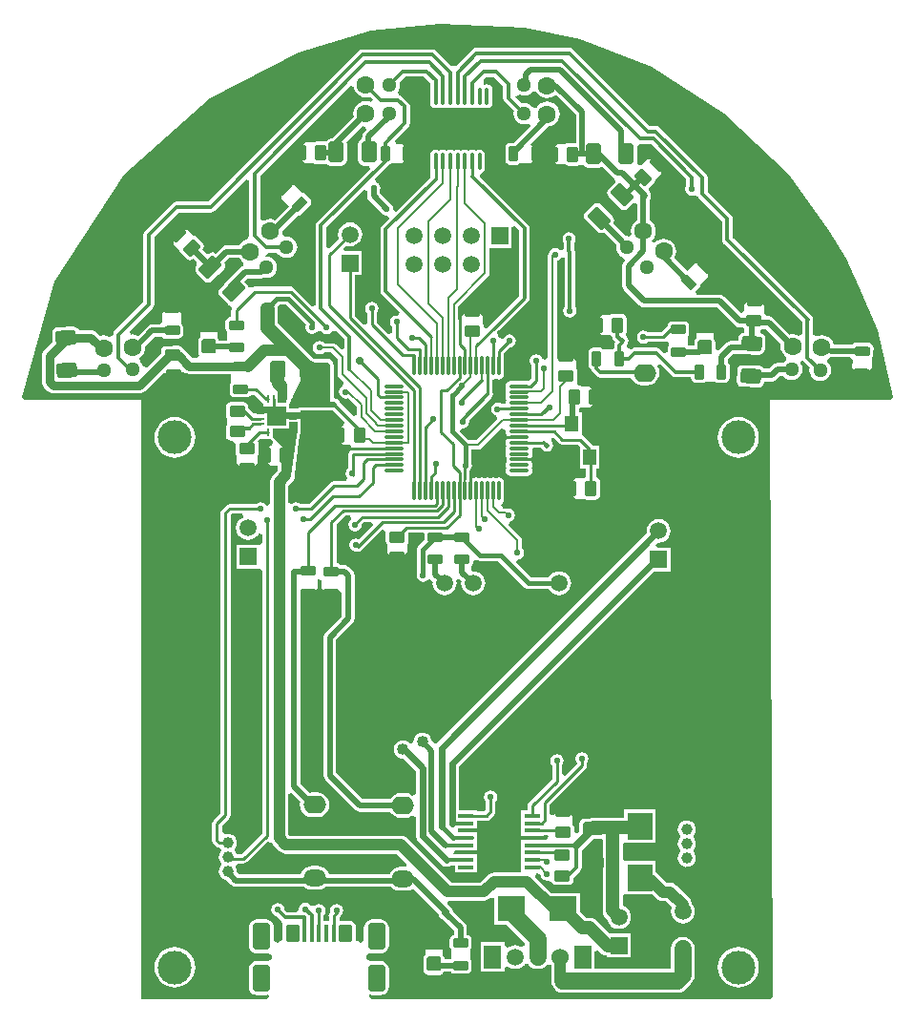
<source format=gtl>
G04 Layer_Physical_Order=1*
G04 Layer_Color=255*
%FSLAX24Y24*%
%MOIN*%
G70*
G01*
G75*
G04:AMPARAMS|DCode=10|XSize=70.9mil|YSize=51.2mil|CornerRadius=6.4mil|HoleSize=0mil|Usage=FLASHONLY|Rotation=178.000|XOffset=0mil|YOffset=0mil|HoleType=Round|Shape=RoundedRectangle|*
%AMROUNDEDRECTD10*
21,1,0.0709,0.0384,0,0,178.0*
21,1,0.0581,0.0512,0,0,178.0*
1,1,0.0128,-0.0283,0.0202*
1,1,0.0128,0.0297,0.0182*
1,1,0.0128,0.0283,-0.0202*
1,1,0.0128,-0.0297,-0.0182*
%
%ADD10ROUNDEDRECTD10*%
G04:AMPARAMS|DCode=11|XSize=70.9mil|YSize=51.2mil|CornerRadius=6.4mil|HoleSize=0mil|Usage=FLASHONLY|Rotation=135.000|XOffset=0mil|YOffset=0mil|HoleType=Round|Shape=RoundedRectangle|*
%AMROUNDEDRECTD11*
21,1,0.0709,0.0384,0,0,135.0*
21,1,0.0581,0.0512,0,0,135.0*
1,1,0.0128,-0.0070,0.0341*
1,1,0.0128,0.0341,-0.0070*
1,1,0.0128,0.0070,-0.0341*
1,1,0.0128,-0.0341,0.0070*
%
%ADD11ROUNDEDRECTD11*%
G04:AMPARAMS|DCode=12|XSize=51.2mil|YSize=31.5mil|CornerRadius=3.9mil|HoleSize=0mil|Usage=FLASHONLY|Rotation=90.000|XOffset=0mil|YOffset=0mil|HoleType=Round|Shape=RoundedRectangle|*
%AMROUNDEDRECTD12*
21,1,0.0512,0.0236,0,0,90.0*
21,1,0.0433,0.0315,0,0,90.0*
1,1,0.0079,0.0118,0.0217*
1,1,0.0079,0.0118,-0.0217*
1,1,0.0079,-0.0118,-0.0217*
1,1,0.0079,-0.0118,0.0217*
%
%ADD12ROUNDEDRECTD12*%
G04:AMPARAMS|DCode=13|XSize=55.1mil|YSize=39.4mil|CornerRadius=4.9mil|HoleSize=0mil|Usage=FLASHONLY|Rotation=270.000|XOffset=0mil|YOffset=0mil|HoleType=Round|Shape=RoundedRectangle|*
%AMROUNDEDRECTD13*
21,1,0.0551,0.0295,0,0,270.0*
21,1,0.0453,0.0394,0,0,270.0*
1,1,0.0098,-0.0148,-0.0226*
1,1,0.0098,-0.0148,0.0226*
1,1,0.0098,0.0148,0.0226*
1,1,0.0098,0.0148,-0.0226*
%
%ADD13ROUNDEDRECTD13*%
G04:AMPARAMS|DCode=14|XSize=51.2mil|YSize=31.5mil|CornerRadius=3.9mil|HoleSize=0mil|Usage=FLASHONLY|Rotation=0.000|XOffset=0mil|YOffset=0mil|HoleType=Round|Shape=RoundedRectangle|*
%AMROUNDEDRECTD14*
21,1,0.0512,0.0236,0,0,0.0*
21,1,0.0433,0.0315,0,0,0.0*
1,1,0.0079,0.0217,-0.0118*
1,1,0.0079,-0.0217,-0.0118*
1,1,0.0079,-0.0217,0.0118*
1,1,0.0079,0.0217,0.0118*
%
%ADD14ROUNDEDRECTD14*%
%ADD15O,0.0157X0.0591*%
%ADD16R,0.0866X0.0945*%
%ADD17R,0.0453X0.0551*%
G04:AMPARAMS|DCode=18|XSize=70.9mil|YSize=45.3mil|CornerRadius=5.7mil|HoleSize=0mil|Usage=FLASHONLY|Rotation=0.000|XOffset=0mil|YOffset=0mil|HoleType=Round|Shape=RoundedRectangle|*
%AMROUNDEDRECTD18*
21,1,0.0709,0.0340,0,0,0.0*
21,1,0.0595,0.0453,0,0,0.0*
1,1,0.0113,0.0298,-0.0170*
1,1,0.0113,-0.0298,-0.0170*
1,1,0.0113,-0.0298,0.0170*
1,1,0.0113,0.0298,0.0170*
%
%ADD18ROUNDEDRECTD18*%
%ADD19O,0.0118X0.0709*%
%ADD20O,0.0709X0.0118*%
G04:AMPARAMS|DCode=21|XSize=70.9mil|YSize=51.2mil|CornerRadius=6.4mil|HoleSize=0mil|Usage=FLASHONLY|Rotation=90.000|XOffset=0mil|YOffset=0mil|HoleType=Round|Shape=RoundedRectangle|*
%AMROUNDEDRECTD21*
21,1,0.0709,0.0384,0,0,90.0*
21,1,0.0581,0.0512,0,0,90.0*
1,1,0.0128,0.0192,0.0290*
1,1,0.0128,0.0192,-0.0290*
1,1,0.0128,-0.0192,-0.0290*
1,1,0.0128,-0.0192,0.0290*
%
%ADD21ROUNDEDRECTD21*%
G04:AMPARAMS|DCode=22|XSize=70.9mil|YSize=51.2mil|CornerRadius=6.4mil|HoleSize=0mil|Usage=FLASHONLY|Rotation=45.000|XOffset=0mil|YOffset=0mil|HoleType=Round|Shape=RoundedRectangle|*
%AMROUNDEDRECTD22*
21,1,0.0709,0.0384,0,0,45.0*
21,1,0.0581,0.0512,0,0,45.0*
1,1,0.0128,0.0341,0.0070*
1,1,0.0128,-0.0070,-0.0341*
1,1,0.0128,-0.0341,-0.0070*
1,1,0.0128,0.0070,0.0341*
%
%ADD22ROUNDEDRECTD22*%
G04:AMPARAMS|DCode=23|XSize=70.9mil|YSize=51.2mil|CornerRadius=6.4mil|HoleSize=0mil|Usage=FLASHONLY|Rotation=2.000|XOffset=0mil|YOffset=0mil|HoleType=Round|Shape=RoundedRectangle|*
%AMROUNDEDRECTD23*
21,1,0.0709,0.0384,0,0,2.0*
21,1,0.0581,0.0512,0,0,2.0*
1,1,0.0128,0.0297,-0.0182*
1,1,0.0128,-0.0283,-0.0202*
1,1,0.0128,-0.0297,0.0182*
1,1,0.0128,0.0283,0.0202*
%
%ADD23ROUNDEDRECTD23*%
%ADD24R,0.0945X0.0866*%
%ADD25R,0.0098X0.0276*%
%ADD26R,0.0276X0.0098*%
%ADD27R,0.0661X0.0661*%
G04:AMPARAMS|DCode=28|XSize=55.1mil|YSize=39.4mil|CornerRadius=4.9mil|HoleSize=0mil|Usage=FLASHONLY|Rotation=0.000|XOffset=0mil|YOffset=0mil|HoleType=Round|Shape=RoundedRectangle|*
%AMROUNDEDRECTD28*
21,1,0.0551,0.0295,0,0,0.0*
21,1,0.0453,0.0394,0,0,0.0*
1,1,0.0098,0.0226,-0.0148*
1,1,0.0098,-0.0226,-0.0148*
1,1,0.0098,-0.0226,0.0148*
1,1,0.0098,0.0226,0.0148*
%
%ADD28ROUNDEDRECTD28*%
G04:AMPARAMS|DCode=29|XSize=59.1mil|YSize=13.8mil|CornerRadius=1.4mil|HoleSize=0mil|Usage=FLASHONLY|Rotation=90.000|XOffset=0mil|YOffset=0mil|HoleType=Round|Shape=RoundedRectangle|*
%AMROUNDEDRECTD29*
21,1,0.0591,0.0110,0,0,90.0*
21,1,0.0563,0.0138,0,0,90.0*
1,1,0.0028,0.0055,0.0282*
1,1,0.0028,0.0055,-0.0282*
1,1,0.0028,-0.0055,-0.0282*
1,1,0.0028,-0.0055,0.0282*
%
%ADD29ROUNDEDRECTD29*%
G04:AMPARAMS|DCode=30|XSize=59.1mil|YSize=47.2mil|CornerRadius=4.7mil|HoleSize=0mil|Usage=FLASHONLY|Rotation=90.000|XOffset=0mil|YOffset=0mil|HoleType=Round|Shape=RoundedRectangle|*
%AMROUNDEDRECTD30*
21,1,0.0591,0.0378,0,0,90.0*
21,1,0.0496,0.0472,0,0,90.0*
1,1,0.0094,0.0189,0.0248*
1,1,0.0094,0.0189,-0.0248*
1,1,0.0094,-0.0189,-0.0248*
1,1,0.0094,-0.0189,0.0248*
%
%ADD30ROUNDEDRECTD30*%
G04:AMPARAMS|DCode=31|XSize=50mil|YSize=50mil|CornerRadius=6.3mil|HoleSize=0mil|Usage=FLASHONLY|Rotation=90.000|XOffset=0mil|YOffset=0mil|HoleType=Round|Shape=RoundedRectangle|*
%AMROUNDEDRECTD31*
21,1,0.0500,0.0375,0,0,90.0*
21,1,0.0375,0.0500,0,0,90.0*
1,1,0.0125,0.0188,0.0188*
1,1,0.0125,0.0188,-0.0188*
1,1,0.0125,-0.0188,-0.0188*
1,1,0.0125,-0.0188,0.0188*
%
%ADD31ROUNDEDRECTD31*%
%ADD32R,0.0968X0.1008*%
%ADD33R,0.0551X0.0138*%
G04:AMPARAMS|DCode=34|XSize=55.1mil|YSize=39.4mil|CornerRadius=4.9mil|HoleSize=0mil|Usage=FLASHONLY|Rotation=358.000|XOffset=0mil|YOffset=0mil|HoleType=Round|Shape=RoundedRectangle|*
%AMROUNDEDRECTD34*
21,1,0.0551,0.0295,0,0,358.0*
21,1,0.0453,0.0394,0,0,358.0*
1,1,0.0098,0.0221,-0.0155*
1,1,0.0098,-0.0231,-0.0140*
1,1,0.0098,-0.0221,0.0155*
1,1,0.0098,0.0231,0.0140*
%
%ADD34ROUNDEDRECTD34*%
G04:AMPARAMS|DCode=35|XSize=55.1mil|YSize=39.4mil|CornerRadius=4.9mil|HoleSize=0mil|Usage=FLASHONLY|Rotation=315.000|XOffset=0mil|YOffset=0mil|HoleType=Round|Shape=RoundedRectangle|*
%AMROUNDEDRECTD35*
21,1,0.0551,0.0295,0,0,315.0*
21,1,0.0453,0.0394,0,0,315.0*
1,1,0.0098,0.0056,-0.0264*
1,1,0.0098,-0.0264,0.0056*
1,1,0.0098,-0.0056,0.0264*
1,1,0.0098,0.0264,-0.0056*
%
%ADD35ROUNDEDRECTD35*%
G04:AMPARAMS|DCode=36|XSize=55.1mil|YSize=39.4mil|CornerRadius=4.9mil|HoleSize=0mil|Usage=FLASHONLY|Rotation=45.000|XOffset=0mil|YOffset=0mil|HoleType=Round|Shape=RoundedRectangle|*
%AMROUNDEDRECTD36*
21,1,0.0551,0.0295,0,0,45.0*
21,1,0.0453,0.0394,0,0,45.0*
1,1,0.0098,0.0264,0.0056*
1,1,0.0098,-0.0056,-0.0264*
1,1,0.0098,-0.0264,-0.0056*
1,1,0.0098,0.0056,0.0264*
%
%ADD36ROUNDEDRECTD36*%
G04:AMPARAMS|DCode=37|XSize=55.1mil|YSize=39.4mil|CornerRadius=4.9mil|HoleSize=0mil|Usage=FLASHONLY|Rotation=182.000|XOffset=0mil|YOffset=0mil|HoleType=Round|Shape=RoundedRectangle|*
%AMROUNDEDRECTD37*
21,1,0.0551,0.0295,0,0,182.0*
21,1,0.0453,0.0394,0,0,182.0*
1,1,0.0098,-0.0231,0.0140*
1,1,0.0098,0.0221,0.0155*
1,1,0.0098,0.0231,-0.0140*
1,1,0.0098,-0.0221,-0.0155*
%
%ADD37ROUNDEDRECTD37*%
G04:AMPARAMS|DCode=38|XSize=51.2mil|YSize=31.5mil|CornerRadius=3.9mil|HoleSize=0mil|Usage=FLASHONLY|Rotation=358.000|XOffset=0mil|YOffset=0mil|HoleType=Round|Shape=RoundedRectangle|*
%AMROUNDEDRECTD38*
21,1,0.0512,0.0236,0,0,358.0*
21,1,0.0433,0.0315,0,0,358.0*
1,1,0.0079,0.0212,-0.0126*
1,1,0.0079,-0.0221,-0.0110*
1,1,0.0079,-0.0212,0.0126*
1,1,0.0079,0.0221,0.0110*
%
%ADD38ROUNDEDRECTD38*%
G04:AMPARAMS|DCode=39|XSize=51.2mil|YSize=31.5mil|CornerRadius=3.9mil|HoleSize=0mil|Usage=FLASHONLY|Rotation=135.000|XOffset=0mil|YOffset=0mil|HoleType=Round|Shape=RoundedRectangle|*
%AMROUNDEDRECTD39*
21,1,0.0512,0.0236,0,0,135.0*
21,1,0.0433,0.0315,0,0,135.0*
1,1,0.0079,-0.0070,0.0237*
1,1,0.0079,0.0237,-0.0070*
1,1,0.0079,0.0070,-0.0237*
1,1,0.0079,-0.0237,0.0070*
%
%ADD39ROUNDEDRECTD39*%
G04:AMPARAMS|DCode=40|XSize=51.2mil|YSize=31.5mil|CornerRadius=3.9mil|HoleSize=0mil|Usage=FLASHONLY|Rotation=225.000|XOffset=0mil|YOffset=0mil|HoleType=Round|Shape=RoundedRectangle|*
%AMROUNDEDRECTD40*
21,1,0.0512,0.0236,0,0,225.0*
21,1,0.0433,0.0315,0,0,225.0*
1,1,0.0079,-0.0237,-0.0070*
1,1,0.0079,0.0070,0.0237*
1,1,0.0079,0.0237,0.0070*
1,1,0.0079,-0.0070,-0.0237*
%
%ADD40ROUNDEDRECTD40*%
G04:AMPARAMS|DCode=41|XSize=51.2mil|YSize=31.5mil|CornerRadius=3.9mil|HoleSize=0mil|Usage=FLASHONLY|Rotation=182.000|XOffset=0mil|YOffset=0mil|HoleType=Round|Shape=RoundedRectangle|*
%AMROUNDEDRECTD41*
21,1,0.0512,0.0236,0,0,182.0*
21,1,0.0433,0.0315,0,0,182.0*
1,1,0.0079,-0.0221,0.0110*
1,1,0.0079,0.0212,0.0126*
1,1,0.0079,0.0221,-0.0110*
1,1,0.0079,-0.0212,-0.0126*
%
%ADD41ROUNDEDRECTD41*%
G04:AMPARAMS|DCode=42|XSize=57.1mil|YSize=49.2mil|CornerRadius=4.9mil|HoleSize=0mil|Usage=FLASHONLY|Rotation=90.000|XOffset=0mil|YOffset=0mil|HoleType=Round|Shape=RoundedRectangle|*
%AMROUNDEDRECTD42*
21,1,0.0571,0.0394,0,0,90.0*
21,1,0.0472,0.0492,0,0,90.0*
1,1,0.0098,0.0197,0.0236*
1,1,0.0098,0.0197,-0.0236*
1,1,0.0098,-0.0197,-0.0236*
1,1,0.0098,-0.0197,0.0236*
%
%ADD42ROUNDEDRECTD42*%
%ADD43C,0.0100*%
%ADD44C,0.0080*%
%ADD45C,0.0098*%
%ADD46C,0.0140*%
%ADD47C,0.0197*%
%ADD48C,0.0090*%
%ADD49C,0.0160*%
%ADD50C,0.0118*%
%ADD51C,0.0500*%
%ADD52C,0.0200*%
%ADD53C,0.0394*%
%ADD54C,0.0110*%
%ADD55C,0.0157*%
%ADD56C,0.0276*%
%ADD57C,0.0450*%
%ADD58C,0.0400*%
%ADD59C,0.0472*%
%ADD60C,0.0300*%
%ADD61C,0.0120*%
%ADD62C,0.0236*%
%ADD63C,0.0591*%
%ADD64C,0.0095*%
%ADD65C,0.0180*%
%ADD66C,0.0089*%
%ADD67C,0.1181*%
%ADD68O,0.0787X0.0630*%
%ADD69O,0.0787X0.0591*%
%ADD70C,0.0630*%
%ADD71C,0.0512*%
%ADD72C,0.0394*%
%ADD73C,0.0591*%
%ADD74R,0.0591X0.0787*%
%ADD75C,0.0600*%
%ADD76C,0.0197*%
%ADD77R,0.0591X0.0591*%
%ADD78R,0.0591X0.0591*%
G04:AMPARAMS|DCode=79|XSize=94.5mil|YSize=63mil|CornerRadius=15.7mil|HoleSize=0mil|Usage=FLASHONLY|Rotation=90.000|XOffset=0mil|YOffset=0mil|HoleType=Round|Shape=RoundedRectangle|*
%AMROUNDEDRECTD79*
21,1,0.0945,0.0315,0,0,90.0*
21,1,0.0630,0.0630,0,0,90.0*
1,1,0.0315,0.0157,0.0315*
1,1,0.0315,0.0157,-0.0315*
1,1,0.0315,-0.0157,-0.0315*
1,1,0.0315,-0.0157,0.0315*
%
%ADD79ROUNDEDRECTD79*%
%ADD80C,0.0220*%
%ADD81C,0.0276*%
%ADD82C,0.0400*%
%ADD83C,0.0280*%
G36*
X2380Y33987D02*
X4320Y33587D01*
X6810Y32627D01*
X9360Y30987D01*
X11630Y28857D01*
X13010Y26897D01*
X13630Y25917D01*
X14050Y24957D01*
X14710Y23447D01*
X15241Y21092D01*
X15167Y21000D01*
X10940D01*
X11046Y134D01*
X10963Y50D01*
X-2988D01*
X-3065Y168D01*
X-3045Y215D01*
X-3036Y218D01*
X-3032Y216D01*
X-2960Y207D01*
X-2645D01*
X-2573Y216D01*
X-2506Y244D01*
X-2448Y288D01*
X-2404Y346D01*
X-2376Y413D01*
X-2367Y485D01*
Y1115D01*
X-2376Y1187D01*
X-2404Y1254D01*
X-2448Y1311D01*
X-2506Y1356D01*
X-2573Y1383D01*
X-2645Y1393D01*
X-2960D01*
X-3032Y1383D01*
X-3036Y1382D01*
X-3154Y1454D01*
Y1602D01*
X-3056Y1674D01*
X-3053Y1674D01*
X-3035Y1675D01*
X-3032Y1673D01*
X-2960Y1664D01*
X-2645D01*
X-2573Y1673D01*
X-2506Y1701D01*
X-2448Y1745D01*
X-2404Y1803D01*
X-2376Y1870D01*
X-2367Y1942D01*
Y2572D01*
X-2376Y2644D01*
X-2404Y2711D01*
X-2448Y2768D01*
X-2506Y2812D01*
X-2573Y2840D01*
X-2645Y2850D01*
X-2960D01*
X-3032Y2840D01*
X-3099Y2812D01*
X-3156Y2768D01*
X-3200Y2711D01*
X-3228Y2644D01*
X-3238Y2572D01*
Y2092D01*
X-3356Y2034D01*
X-3357Y2035D01*
X-3372Y2042D01*
X-3385Y2051D01*
X-3461Y2083D01*
X-3477Y2086D01*
X-3492Y2091D01*
X-3503Y2092D01*
X-3527Y2127D01*
Y2623D01*
X-3540Y2687D01*
X-3577Y2742D01*
X-3631Y2779D01*
X-3696Y2791D01*
X-4074D01*
X-4093Y2807D01*
X-4098Y2941D01*
X-4069Y2969D01*
X-4059Y2985D01*
X-4036Y3001D01*
X-3985Y3076D01*
X-3967Y3165D01*
X-3985Y3254D01*
X-4036Y3329D01*
X-4111Y3380D01*
X-4200Y3398D01*
X-4289Y3380D01*
X-4364Y3329D01*
X-4415Y3254D01*
X-4433Y3165D01*
X-4420Y3101D01*
X-4421Y3101D01*
X-4458Y3045D01*
X-4471Y2980D01*
X-4469Y2971D01*
Y2815D01*
X-4499Y2791D01*
X-4609D01*
X-4639Y2815D01*
Y3005D01*
X-4595Y3071D01*
X-4577Y3160D01*
X-4595Y3249D01*
X-4646Y3324D01*
X-4721Y3375D01*
X-4810Y3393D01*
X-4899Y3375D01*
X-4963Y3332D01*
X-4979Y3325D01*
X-5103Y3345D01*
X-5116Y3364D01*
X-5191Y3415D01*
X-5280Y3433D01*
X-5369Y3415D01*
X-5444Y3364D01*
X-5495Y3289D01*
X-5513Y3200D01*
X-5613Y3101D01*
X-5905D01*
X-6011Y3206D01*
X-6025Y3279D01*
X-6076Y3354D01*
X-6151Y3405D01*
X-6240Y3423D01*
X-6329Y3405D01*
X-6404Y3354D01*
X-6455Y3279D01*
X-6473Y3190D01*
X-6455Y3101D01*
X-6404Y3026D01*
X-6329Y2975D01*
X-6281Y2966D01*
X-6108Y2792D01*
X-6080Y2687D01*
X-6093Y2623D01*
Y2127D01*
X-6159Y2083D01*
X-6235Y2051D01*
X-6248Y2042D01*
X-6263Y2035D01*
X-6264Y2034D01*
X-6382Y2092D01*
Y2572D01*
X-6392Y2644D01*
X-6420Y2711D01*
X-6464Y2768D01*
X-6521Y2812D01*
X-6588Y2840D01*
X-6660Y2850D01*
X-6975D01*
X-7047Y2840D01*
X-7114Y2812D01*
X-7172Y2768D01*
X-7216Y2711D01*
X-7244Y2644D01*
X-7253Y2572D01*
Y1942D01*
X-7244Y1870D01*
X-7216Y1803D01*
X-7172Y1745D01*
X-7114Y1701D01*
X-7047Y1673D01*
X-6975Y1664D01*
X-6660D01*
X-6588Y1673D01*
X-6585Y1675D01*
X-6580Y1675D01*
X-6468Y1600D01*
X-6468Y1457D01*
X-6586Y1382D01*
X-6588Y1383D01*
X-6660Y1393D01*
X-6975D01*
X-7047Y1383D01*
X-7114Y1356D01*
X-7172Y1311D01*
X-7216Y1254D01*
X-7244Y1187D01*
X-7253Y1115D01*
Y485D01*
X-7244Y413D01*
X-7216Y346D01*
X-7172Y288D01*
X-7114Y244D01*
X-7047Y216D01*
X-6975Y207D01*
X-6660D01*
X-6588Y216D01*
X-6552Y161D01*
X-6606Y50D01*
X-11020D01*
Y21000D01*
X-15121Y21000D01*
X-15192Y21094D01*
X-14045Y25142D01*
X-11630Y28857D01*
X-8610Y31537D01*
X-5530Y33127D01*
X-2970Y33887D01*
X-590Y34117D01*
X2380Y33987D01*
D02*
G37*
%LPC*%
G36*
X9843Y20397D02*
X9704Y20383D01*
X9570Y20343D01*
X9447Y20277D01*
X9339Y20189D01*
X9250Y20081D01*
X9185Y19958D01*
X9144Y19824D01*
X9130Y19685D01*
X9144Y19546D01*
X9185Y19413D01*
X9250Y19289D01*
X9339Y19182D01*
X9447Y19093D01*
X9570Y19027D01*
X9704Y18987D01*
X9843Y18973D01*
X9981Y18987D01*
X10115Y19027D01*
X10238Y19093D01*
X10346Y19182D01*
X10435Y19289D01*
X10500Y19413D01*
X10541Y19546D01*
X10555Y19685D01*
X10541Y19824D01*
X10500Y19958D01*
X10435Y20081D01*
X10346Y20189D01*
X10238Y20277D01*
X10115Y20343D01*
X9981Y20383D01*
X9843Y20397D01*
D02*
G37*
G36*
X8040Y6308D02*
X7958Y6297D01*
X7881Y6265D01*
X7815Y6215D01*
X7765Y6149D01*
X7733Y6072D01*
X7722Y5990D01*
X7733Y5908D01*
X7765Y5831D01*
X7815Y5765D01*
Y5715D01*
X7765Y5649D01*
X7733Y5572D01*
X7722Y5490D01*
X7733Y5408D01*
X7765Y5331D01*
X7815Y5265D01*
Y5215D01*
X7765Y5149D01*
X7733Y5072D01*
X7722Y4990D01*
X7733Y4908D01*
X7765Y4831D01*
X7815Y4765D01*
X7881Y4715D01*
X7958Y4683D01*
X8040Y4672D01*
X8122Y4683D01*
X8199Y4715D01*
X8265Y4765D01*
X8315Y4831D01*
X8347Y4908D01*
X8358Y4990D01*
X8347Y5072D01*
X8315Y5149D01*
X8265Y5215D01*
Y5265D01*
X8315Y5331D01*
X8347Y5408D01*
X8358Y5490D01*
X8347Y5572D01*
X8315Y5649D01*
X8265Y5715D01*
Y5765D01*
X8315Y5831D01*
X8347Y5908D01*
X8358Y5990D01*
X8347Y6072D01*
X8315Y6149D01*
X8265Y6215D01*
X8199Y6265D01*
X8122Y6297D01*
X8040Y6308D01*
D02*
G37*
G36*
X-9843Y20397D02*
X-9981Y20383D01*
X-10115Y20343D01*
X-10238Y20277D01*
X-10346Y20189D01*
X-10435Y20081D01*
X-10500Y19958D01*
X-10541Y19824D01*
X-10555Y19685D01*
X-10541Y19546D01*
X-10500Y19413D01*
X-10435Y19289D01*
X-10346Y19182D01*
X-10238Y19093D01*
X-10115Y19027D01*
X-9981Y18987D01*
X-9843Y18973D01*
X-9704Y18987D01*
X-9570Y19027D01*
X-9447Y19093D01*
X-9339Y19182D01*
X-9250Y19289D01*
X-9185Y19413D01*
X-9144Y19546D01*
X-9130Y19685D01*
X-9144Y19824D01*
X-9185Y19958D01*
X-9250Y20081D01*
X-9339Y20189D01*
X-9447Y20277D01*
X-9570Y20343D01*
X-9704Y20383D01*
X-9843Y20397D01*
D02*
G37*
G36*
Y1893D02*
X-9981Y1880D01*
X-10115Y1839D01*
X-10238Y1773D01*
X-10346Y1685D01*
X-10435Y1577D01*
X-10500Y1454D01*
X-10541Y1320D01*
X-10555Y1181D01*
X-10541Y1042D01*
X-10500Y909D01*
X-10435Y785D01*
X-10346Y678D01*
X-10238Y589D01*
X-10115Y523D01*
X-9981Y483D01*
X-9843Y469D01*
X-9704Y483D01*
X-9570Y523D01*
X-9447Y589D01*
X-9339Y678D01*
X-9250Y785D01*
X-9185Y909D01*
X-9144Y1042D01*
X-9130Y1181D01*
X-9144Y1320D01*
X-9185Y1454D01*
X-9250Y1577D01*
X-9339Y1685D01*
X-9447Y1773D01*
X-9570Y1839D01*
X-9704Y1880D01*
X-9843Y1893D01*
D02*
G37*
G36*
X9843D02*
X9704Y1880D01*
X9570Y1839D01*
X9447Y1773D01*
X9339Y1685D01*
X9250Y1577D01*
X9185Y1454D01*
X9144Y1320D01*
X9130Y1181D01*
X9144Y1042D01*
X9185Y909D01*
X9250Y785D01*
X9339Y678D01*
X9447Y589D01*
X9570Y523D01*
X9704Y483D01*
X9843Y469D01*
X9981Y483D01*
X10115Y523D01*
X10238Y589D01*
X10346Y678D01*
X10435Y785D01*
X10500Y909D01*
X10541Y1042D01*
X10555Y1181D01*
X10541Y1320D01*
X10500Y1454D01*
X10435Y1577D01*
X10346Y1685D01*
X10238Y1773D01*
X10115Y1839D01*
X9981Y1880D01*
X9843Y1893D01*
D02*
G37*
G36*
X3944Y33296D02*
X3944Y33296D01*
X693D01*
X693Y33296D01*
X620Y33282D01*
X558Y33240D01*
X-22Y32660D01*
X-188Y32659D01*
X-721Y33192D01*
X-783Y33234D01*
X-856Y33248D01*
X-856Y33248D01*
X-3273D01*
X-3274Y33248D01*
X-3347Y33234D01*
X-3409Y33192D01*
X-8679Y27922D01*
X-9790D01*
X-9790Y27922D01*
X-9863Y27907D01*
X-9926Y27866D01*
X-10886Y26906D01*
X-10927Y26843D01*
X-10942Y26770D01*
X-10942Y26770D01*
Y24419D01*
X-11946Y23416D01*
X-11987Y23353D01*
X-12002Y23280D01*
X-12002Y23280D01*
Y23270D01*
X-12064Y23226D01*
X-12120Y23204D01*
X-12211Y23238D01*
X-12325Y23249D01*
X-12437Y23230D01*
X-12455Y23222D01*
X-12594Y23361D01*
X-12650Y23404D01*
X-12715Y23431D01*
X-12750Y23436D01*
X-12785Y23440D01*
X-12785Y23440D01*
X-13195D01*
X-13198Y23449D01*
X-13240Y23508D01*
X-13301Y23546D01*
X-13373Y23558D01*
X-13953Y23538D01*
X-14024Y23521D01*
X-14083Y23479D01*
X-14121Y23417D01*
X-14132Y23346D01*
X-14121Y23021D01*
X-14421Y22721D01*
X-14464Y22665D01*
X-14491Y22600D01*
X-14496Y22565D01*
X-14500Y22530D01*
X-14500Y22530D01*
Y21630D01*
X-14500Y21630D01*
X-14496Y21595D01*
X-14491Y21560D01*
X-14464Y21495D01*
X-14421Y21439D01*
X-14281Y21299D01*
X-14225Y21256D01*
X-14160Y21229D01*
X-14090Y21220D01*
X-14090Y21220D01*
X-11084D01*
X-11084Y21220D01*
X-11049Y21224D01*
X-11014Y21229D01*
X-10949Y21256D01*
X-10893Y21299D01*
X-10218Y21974D01*
X-10176Y21935D01*
X-9625Y21954D01*
X-9541Y21989D01*
X-9485Y21946D01*
X-9420Y21919D01*
X-9350Y21910D01*
X-9350Y21910D01*
X-7885D01*
Y21601D01*
X-7915Y21556D01*
X-7927Y21494D01*
Y21258D01*
X-7915Y21197D01*
X-7880Y21145D01*
X-7828Y21110D01*
X-7767Y21098D01*
X-7333D01*
X-7272Y21110D01*
X-7220Y21145D01*
X-7202Y21172D01*
X-7100Y21182D01*
X-7069Y21176D01*
X-6789Y20896D01*
X-6746Y20868D01*
Y20762D01*
X-6412D01*
Y20762D01*
X-6357D01*
Y20762D01*
X-5969D01*
Y20575D01*
X-5457D01*
Y20621D01*
X-4537D01*
X-4520Y20618D01*
X-4314D01*
X-3906Y20209D01*
X-3937Y20134D01*
X-4016Y20056D01*
Y19504D01*
X-3937Y19426D01*
X-3711D01*
X-3681Y19390D01*
X-3679Y19366D01*
X-3712Y19244D01*
X-3726Y19235D01*
X-3763Y19179D01*
X-3776Y19114D01*
Y18610D01*
X-3814Y18584D01*
X-3865Y18509D01*
X-3883Y18420D01*
X-3865Y18331D01*
X-3830Y18279D01*
X-3857Y18196D01*
X-3882Y18161D01*
X-4295D01*
X-4360Y18148D01*
X-4415Y18111D01*
X-5165Y17361D01*
X-5465D01*
X-5531Y17405D01*
X-5620Y17423D01*
X-5709Y17405D01*
X-5759Y17372D01*
X-5849Y17403D01*
X-5877Y17424D01*
Y18004D01*
X-5745Y18135D01*
X-5695Y18201D01*
X-5663Y18278D01*
X-5652Y18360D01*
X-5656Y18386D01*
X-5506Y19517D01*
X-5441Y19900D01*
X-5442Y19910D01*
X-5440Y19920D01*
Y20220D01*
X-5449Y20266D01*
X-5457Y20279D01*
Y20319D01*
X-5495D01*
X-5514Y20331D01*
X-5560Y20340D01*
X-5860D01*
X-5906Y20331D01*
X-5925Y20319D01*
X-5969D01*
Y20270D01*
X-5971Y20266D01*
X-5980Y20220D01*
Y20132D01*
X-6387D01*
X-6430Y20140D01*
X-6473Y20132D01*
X-6599D01*
Y20516D01*
X-6834D01*
X-6855Y20520D01*
X-7077D01*
X-7270Y20713D01*
Y20744D01*
X-7283Y20810D01*
X-7320Y20865D01*
X-7375Y20902D01*
X-7441Y20915D01*
X-7893D01*
X-7959Y20902D01*
X-8014Y20865D01*
X-8051Y20810D01*
X-8064Y20744D01*
Y20449D01*
X-8051Y20384D01*
X-8021Y20339D01*
Y20145D01*
X-8051Y20101D01*
X-8064Y20036D01*
Y19740D01*
X-8051Y19675D01*
X-8014Y19620D01*
X-7959Y19583D01*
X-7893Y19570D01*
X-7807D01*
X-7717Y19462D01*
Y19167D01*
X-7704Y19101D01*
X-7674Y19057D01*
Y18773D01*
X-7596Y18694D01*
X-7044D01*
X-6966Y18773D01*
Y19057D01*
X-6936Y19101D01*
X-6923Y19167D01*
Y19462D01*
X-6936Y19527D01*
X-6958Y19560D01*
X-6865Y19653D01*
X-6746Y19620D01*
Y19620D01*
X-6501D01*
X-6410Y19523D01*
X-6457Y19414D01*
X-6517D01*
X-6596Y19336D01*
Y18784D01*
X-6517Y18706D01*
X-6240D01*
Y18539D01*
X-6419Y18360D01*
X-6469Y18295D01*
X-6501Y18218D01*
X-6512Y18136D01*
Y17350D01*
X-6621Y17285D01*
X-6630Y17286D01*
X-6676Y17354D01*
X-6751Y17405D01*
X-6840Y17423D01*
X-6929Y17405D01*
X-6995Y17361D01*
X-7930D01*
X-7995Y17348D01*
X-8051Y17311D01*
X-8191Y17171D01*
X-8228Y17115D01*
X-8241Y17050D01*
Y6561D01*
X-8491Y6311D01*
X-8528Y6255D01*
X-8541Y6190D01*
Y5610D01*
X-8528Y5545D01*
X-8491Y5489D01*
X-8411Y5409D01*
X-8355Y5372D01*
X-8290Y5359D01*
X-8272D01*
X-8236Y5308D01*
X-8215Y5255D01*
X-8265Y5189D01*
X-8297Y5112D01*
X-8308Y5030D01*
X-8297Y4948D01*
X-8265Y4871D01*
X-8215Y4805D01*
Y4755D01*
X-8265Y4689D01*
X-8297Y4612D01*
X-8308Y4530D01*
X-8297Y4448D01*
X-8265Y4371D01*
X-8215Y4305D01*
X-8149Y4255D01*
X-8072Y4223D01*
X-8037Y4218D01*
X-7871Y4053D01*
X-7871Y4053D01*
X-7799Y4005D01*
X-7714Y3988D01*
X-7714Y3988D01*
X-5330D01*
X-5267Y3939D01*
X-5166Y3897D01*
X-5058Y3883D01*
X-4862D01*
X-4754Y3897D01*
X-4653Y3939D01*
X-4590Y3988D01*
X-2273D01*
X-2263Y3975D01*
X-2177Y3909D01*
X-2076Y3867D01*
X-1968Y3853D01*
X-1772D01*
X-1664Y3867D01*
X-1563Y3909D01*
X-1512Y3948D01*
X-640Y3075D01*
X-633Y3023D01*
X-607Y2961D01*
X-566Y2907D01*
X-513Y2866D01*
X-476Y2851D01*
X-82Y2458D01*
Y2306D01*
X-138Y2295D01*
X-190Y2260D01*
X-225Y2208D01*
X-237Y2146D01*
Y1910D01*
X-225Y1849D01*
X-195Y1803D01*
Y1466D01*
X-196Y1463D01*
X-418D01*
Y1472D01*
X-432Y1543D01*
X-472Y1603D01*
X-490Y1615D01*
Y1810D01*
X-1090D01*
Y1615D01*
X-1108Y1603D01*
X-1148Y1543D01*
X-1162Y1472D01*
Y1098D01*
X-1148Y1027D01*
X-1108Y967D01*
X-1048Y927D01*
X-978Y913D01*
X-602D01*
X-532Y927D01*
X-472Y967D01*
X-438Y1018D01*
X-196D01*
X-190Y1009D01*
X-138Y974D01*
X-77Y962D01*
X357D01*
X418Y974D01*
X470Y1009D01*
X505Y1061D01*
X517Y1123D01*
Y1359D01*
X505Y1420D01*
X475Y1466D01*
Y1803D01*
X505Y1849D01*
X517Y1910D01*
Y2146D01*
X505Y2208D01*
X470Y2260D01*
X418Y2295D01*
X362Y2306D01*
Y2550D01*
X362Y2550D01*
X345Y2635D01*
X297Y2707D01*
X297Y2707D01*
X-126Y3130D01*
X-135Y3175D01*
X-154Y3204D01*
X-160Y3219D01*
X-201Y3273D01*
X-231Y3295D01*
X-326Y3391D01*
X-325Y3408D01*
X-275Y3507D01*
X955D01*
X1038Y3518D01*
X1114Y3549D01*
X1180Y3600D01*
X1218Y3638D01*
X1328Y3593D01*
Y2669D01*
X1752D01*
X2390Y2030D01*
X2380Y1946D01*
X2263Y1895D01*
X2256Y1901D01*
X2155Y1943D01*
X2047Y1957D01*
X1939Y1943D01*
X1839Y1901D01*
X1791Y1865D01*
X1673Y1916D01*
Y2052D01*
X847D01*
Y1028D01*
X1673D01*
Y1164D01*
X1791Y1215D01*
X1839Y1179D01*
X1939Y1137D01*
X2047Y1123D01*
X2155Y1137D01*
X2256Y1179D01*
X2342Y1245D01*
X2370Y1281D01*
X2379Y1285D01*
X2504D01*
X2512Y1281D01*
X2540Y1245D01*
X2626Y1179D01*
X2727Y1137D01*
X2835Y1123D01*
X2943Y1137D01*
X3043Y1179D01*
X3130Y1245D01*
X3154Y1277D01*
X3161Y1281D01*
X3293Y1280D01*
X3296Y1278D01*
X3301Y1271D01*
Y808D01*
X3312Y725D01*
X3315Y717D01*
X3313Y700D01*
X3327Y592D01*
X3369Y492D01*
X3435Y405D01*
X3522Y339D01*
X3622Y297D01*
X3730Y283D01*
X7710D01*
X7710Y283D01*
X7818Y297D01*
X7918Y339D01*
X8005Y405D01*
X8185Y585D01*
X8185Y585D01*
X8189Y591D01*
X8195Y595D01*
X8261Y682D01*
X8303Y782D01*
X8317Y890D01*
Y1820D01*
X8303Y1928D01*
X8261Y2028D01*
X8195Y2115D01*
X8108Y2181D01*
X8008Y2223D01*
X7900Y2237D01*
X7792Y2223D01*
X7692Y2181D01*
X7605Y2115D01*
X7539Y2028D01*
X7497Y1928D01*
X7483Y1820D01*
Y1117D01*
X4823D01*
Y1727D01*
X4932Y1772D01*
X5017Y1687D01*
X5091Y1630D01*
X5177Y1595D01*
X5257Y1584D01*
Y1527D01*
X6083D01*
Y2353D01*
X5361D01*
X4912Y2803D01*
X4838Y2860D01*
X4752Y2895D01*
X4659Y2907D01*
X4539D01*
X4312Y3135D01*
Y3771D01*
X3298D01*
X2738Y4331D01*
X2769Y4459D01*
X2824Y4480D01*
X2930Y4425D01*
X2945Y4351D01*
X2996Y4276D01*
X3071Y4225D01*
X3160Y4207D01*
X3178Y4211D01*
X3306Y4163D01*
X3343Y4107D01*
X3398Y4070D01*
X3464Y4057D01*
X3916D01*
X3982Y4070D01*
X4037Y4107D01*
X4074Y4163D01*
X4087Y4228D01*
Y4314D01*
X4318Y4545D01*
X4318Y4545D01*
X4359Y4607D01*
X4374Y4681D01*
X4374Y4681D01*
Y5269D01*
X4782Y5677D01*
X5061D01*
X5114Y5634D01*
Y3236D01*
X5103Y3150D01*
X5115Y3058D01*
X5150Y2971D01*
X5207Y2897D01*
X5266Y2838D01*
X5267Y2832D01*
X5309Y2732D01*
X5375Y2645D01*
X5462Y2579D01*
X5562Y2537D01*
X5670Y2523D01*
X5778Y2537D01*
X5878Y2579D01*
X5965Y2645D01*
X6031Y2732D01*
X6073Y2832D01*
X6087Y2940D01*
X6073Y3048D01*
X6031Y3148D01*
X5965Y3235D01*
X5878Y3301D01*
X5806Y3331D01*
Y3621D01*
X5859Y3718D01*
X5924Y3718D01*
X6853D01*
X6985Y3585D01*
X7051Y3535D01*
X7128Y3503D01*
X7210Y3492D01*
X7328D01*
X7529Y3291D01*
X7507Y3238D01*
X7493Y3130D01*
X7507Y3022D01*
X7549Y2922D01*
X7615Y2835D01*
X7702Y2769D01*
X7802Y2727D01*
X7910Y2713D01*
X8018Y2727D01*
X8118Y2769D01*
X8205Y2835D01*
X8271Y2922D01*
X8313Y3022D01*
X8327Y3130D01*
X8313Y3238D01*
X8271Y3338D01*
X8222Y3402D01*
X8217Y3442D01*
X8185Y3519D01*
X8135Y3585D01*
X7685Y4035D01*
X7619Y4085D01*
X7542Y4117D01*
X7460Y4128D01*
X7342D01*
X7005Y4465D01*
X6961Y4498D01*
Y4899D01*
X5924D01*
X5859Y4899D01*
X5806Y4995D01*
Y5424D01*
X5859Y5521D01*
X6961D01*
Y6702D01*
X5859D01*
Y6407D01*
X4790D01*
X4697Y6395D01*
X4644Y6373D01*
X4466D01*
X4398Y6359D01*
X4340Y6321D01*
X4301Y6263D01*
X4288Y6195D01*
Y5928D01*
X4206Y5862D01*
X4100Y5908D01*
Y6058D01*
X4087Y6123D01*
X4057Y6167D01*
Y6451D01*
X3979Y6530D01*
X3427D01*
X3378Y6481D01*
X3260Y6523D01*
Y6869D01*
X4501Y8109D01*
X4538Y8165D01*
X4551Y8230D01*
Y8305D01*
X4595Y8371D01*
X4613Y8460D01*
X4595Y8549D01*
X4544Y8624D01*
X4469Y8675D01*
X4380Y8693D01*
X4291Y8675D01*
X4216Y8624D01*
X4165Y8549D01*
X4147Y8460D01*
X4165Y8371D01*
X4209Y8305D01*
Y8301D01*
X3790Y7881D01*
X3681Y7926D01*
Y8235D01*
X3725Y8301D01*
X3743Y8390D01*
X3725Y8479D01*
X3674Y8554D01*
X3599Y8605D01*
X3510Y8623D01*
X3421Y8605D01*
X3346Y8554D01*
X3295Y8479D01*
X3277Y8390D01*
X3295Y8301D01*
X3339Y8235D01*
Y7751D01*
X2531Y6942D01*
X2494Y6887D01*
X2481Y6821D01*
Y6653D01*
X2258D01*
Y6279D01*
Y6023D01*
Y5767D01*
X3045D01*
Y5783D01*
X3187D01*
X3204Y5752D01*
X3133Y5634D01*
X2651D01*
X2627Y5629D01*
X2258D01*
Y5255D01*
Y4999D01*
Y4743D01*
X2258Y4487D01*
X2140Y4487D01*
X1300D01*
X1218Y4476D01*
X1141Y4444D01*
X1075Y4394D01*
X824Y4142D01*
X-183D01*
X-1726Y5685D01*
X-1791Y5735D01*
X-1868Y5767D01*
X-1950Y5778D01*
X-5838D01*
X-5877Y5816D01*
Y7216D01*
X-5759Y7265D01*
X-5461Y6968D01*
X-5476Y6859D01*
X-5461Y6746D01*
X-5417Y6641D01*
X-5348Y6550D01*
X-5257Y6481D01*
X-5152Y6437D01*
X-5039Y6422D01*
X-4881D01*
X-4768Y6437D01*
X-4663Y6481D01*
X-4572Y6550D01*
X-4503Y6641D01*
X-4459Y6746D01*
X-4444Y6859D01*
X-4459Y6972D01*
X-4503Y7077D01*
X-4572Y7168D01*
X-4663Y7237D01*
X-4768Y7281D01*
X-4881Y7296D01*
X-5039D01*
X-5150Y7281D01*
X-5459Y7591D01*
Y14339D01*
X-5446Y14345D01*
X-4934D01*
X-4855Y14423D01*
Y14715D01*
X-4823Y14744D01*
X-4705Y14690D01*
Y14413D01*
X-4626Y14335D01*
X-4114D01*
X-4011Y14271D01*
Y13441D01*
X-4586Y12866D01*
X-4634Y12794D01*
X-4651Y12710D01*
Y7879D01*
X-4634Y7795D01*
X-4586Y7723D01*
X-3536Y6673D01*
X-3464Y6625D01*
X-3380Y6608D01*
X-2325D01*
X-2258Y6520D01*
X-2167Y6451D01*
X-2062Y6407D01*
X-1949Y6392D01*
X-1791D01*
X-1678Y6407D01*
X-1573Y6451D01*
X-1539Y6477D01*
X-1421Y6419D01*
Y5750D01*
X-1403Y5658D01*
X-1350Y5580D01*
X-531Y4760D01*
X-452Y4708D01*
X-360Y4689D01*
X-268Y4708D01*
X-222Y4738D01*
X-65D01*
Y4487D01*
X722D01*
Y4743D01*
Y5117D01*
X533D01*
X509Y5122D01*
X-98D01*
X-105Y5132D01*
X-41Y5250D01*
X524D01*
X548Y5255D01*
X722D01*
Y5693D01*
X723Y5698D01*
X722Y5703D01*
Y5885D01*
X556D01*
X531Y5890D01*
X94D01*
X85Y5905D01*
X147Y6018D01*
X518D01*
X542Y6023D01*
X722D01*
Y6295D01*
X1036D01*
X1101Y6308D01*
X1156Y6345D01*
X1311Y6499D01*
X1348Y6555D01*
X1361Y6620D01*
Y6965D01*
X1405Y7031D01*
X1423Y7120D01*
X1405Y7209D01*
X1354Y7284D01*
X1279Y7335D01*
X1190Y7353D01*
X1101Y7335D01*
X1026Y7284D01*
X975Y7209D01*
X957Y7120D01*
X975Y7031D01*
X1019Y6965D01*
Y6691D01*
X965Y6636D01*
X722D01*
Y6653D01*
X81D01*
Y8210D01*
X6877Y15007D01*
X7473D01*
Y15833D01*
X7002D01*
X6954Y15946D01*
X7010Y16010D01*
X7060Y16003D01*
X7168Y16017D01*
X7268Y16059D01*
X7355Y16125D01*
X7421Y16212D01*
X7463Y16312D01*
X7477Y16420D01*
X7463Y16528D01*
X7421Y16628D01*
X7355Y16715D01*
X7268Y16781D01*
X7168Y16823D01*
X7060Y16837D01*
X6952Y16823D01*
X6852Y16781D01*
X6765Y16715D01*
X6699Y16628D01*
X6657Y16528D01*
X6643Y16420D01*
X6652Y16353D01*
X-676Y9025D01*
X-711Y9011D01*
X-768Y9012D01*
X-869Y9060D01*
X-880Y9143D01*
X-912Y9220D01*
X-963Y9287D01*
X-1030Y9338D01*
X-1107Y9370D01*
X-1190Y9381D01*
X-1273Y9370D01*
X-1350Y9338D01*
X-1417Y9287D01*
X-1468Y9220D01*
X-1500Y9143D01*
X-1511Y9060D01*
X-1507Y9034D01*
X-1620Y8987D01*
X-1643Y9017D01*
X-1710Y9068D01*
X-1787Y9100D01*
X-1870Y9111D01*
X-1953Y9100D01*
X-2030Y9068D01*
X-2097Y9017D01*
X-2148Y8950D01*
X-2180Y8873D01*
X-2191Y8790D01*
X-2180Y8707D01*
X-2148Y8630D01*
X-2097Y8563D01*
X-2030Y8512D01*
X-1953Y8480D01*
X-1870Y8469D01*
X-1852Y8472D01*
X-1421Y8040D01*
Y7240D01*
X-1539Y7181D01*
X-1573Y7207D01*
X-1678Y7251D01*
X-1791Y7266D01*
X-1949D01*
X-2062Y7251D01*
X-2167Y7207D01*
X-2258Y7138D01*
X-2325Y7050D01*
X-3289D01*
X-4209Y7970D01*
Y12619D01*
X-3634Y13194D01*
X-3586Y13266D01*
X-3569Y13350D01*
Y14870D01*
X-3586Y14954D01*
X-3634Y15026D01*
X-3778Y15170D01*
X-3849Y15218D01*
X-3934Y15234D01*
X-4033D01*
X-4040Y15245D01*
X-4092Y15280D01*
X-4153Y15292D01*
X-4199D01*
Y16649D01*
X-3898Y16951D01*
X-3708D01*
X-3672Y16833D01*
X-3714Y16804D01*
X-3765Y16729D01*
X-3783Y16640D01*
X-3765Y16551D01*
X-3714Y16476D01*
X-3639Y16425D01*
X-3550Y16407D01*
X-3461Y16425D01*
X-3386Y16476D01*
X-3335Y16551D01*
X-3317Y16640D01*
X-3319Y16649D01*
X-3226Y16742D01*
X-2973D01*
X-2928Y16633D01*
X-3422Y16139D01*
X-3431Y16145D01*
X-3520Y16163D01*
X-3609Y16145D01*
X-3684Y16094D01*
X-3735Y16019D01*
X-3753Y15930D01*
X-3735Y15841D01*
X-3684Y15766D01*
X-3609Y15715D01*
X-3520Y15697D01*
X-3510Y15699D01*
X-3460Y15689D01*
X-3395Y15702D01*
X-3339Y15739D01*
X-2604Y16475D01*
X-2565Y16468D01*
X-2561Y16465D01*
X-2477Y16352D01*
Y16057D01*
X-2464Y15991D01*
X-2434Y15947D01*
Y15663D01*
X-2356Y15584D01*
X-1804D01*
X-1726Y15663D01*
Y15947D01*
X-1696Y15991D01*
X-1683Y16057D01*
Y16349D01*
X-1140D01*
X-1117Y16322D01*
Y16112D01*
X-1313Y15917D01*
X-1357Y15851D01*
X-1372Y15774D01*
Y14988D01*
X-1385Y14969D01*
X-1403Y14880D01*
X-1385Y14791D01*
X-1334Y14716D01*
X-1259Y14665D01*
X-1170Y14647D01*
X-1081Y14665D01*
X-1010Y14712D01*
X-1001Y14717D01*
X-987Y14722D01*
X-929Y14721D01*
X-834Y14612D01*
X-837Y14590D01*
X-823Y14482D01*
X-781Y14382D01*
X-715Y14295D01*
X-628Y14229D01*
X-528Y14187D01*
X-420Y14173D01*
X-312Y14187D01*
X-212Y14229D01*
X-125Y14295D01*
X-59Y14382D01*
X-17Y14482D01*
X-3Y14590D01*
X-17Y14698D01*
X-23Y14711D01*
X77Y14778D01*
X175Y14681D01*
X163Y14590D01*
X177Y14482D01*
X219Y14382D01*
X285Y14295D01*
X372Y14229D01*
X472Y14187D01*
X580Y14173D01*
X688Y14187D01*
X788Y14229D01*
X875Y14295D01*
X941Y14382D01*
X983Y14482D01*
X997Y14590D01*
X983Y14698D01*
X941Y14798D01*
X875Y14885D01*
X788Y14951D01*
X688Y14993D01*
X580Y15007D01*
X566Y15005D01*
X509Y15045D01*
X504Y15053D01*
X520Y15185D01*
X555Y15237D01*
X567Y15298D01*
Y15374D01*
X632Y15413D01*
X685Y15428D01*
X736Y15393D01*
X814Y15378D01*
X1456D01*
X2387Y14447D01*
X2453Y14403D01*
X2530Y14388D01*
X3216D01*
X3219Y14382D01*
X3285Y14295D01*
X3372Y14229D01*
X3472Y14187D01*
X3580Y14173D01*
X3688Y14187D01*
X3788Y14229D01*
X3875Y14295D01*
X3941Y14382D01*
X3983Y14482D01*
X3997Y14590D01*
X3983Y14698D01*
X3941Y14798D01*
X3875Y14885D01*
X3788Y14951D01*
X3688Y14993D01*
X3580Y15007D01*
X3472Y14993D01*
X3372Y14951D01*
X3285Y14885D01*
X3219Y14798D01*
X3216Y14792D01*
X2614D01*
X2091Y15315D01*
X2115Y15385D01*
X2143Y15430D01*
X2219Y15445D01*
X2294Y15496D01*
X2345Y15571D01*
X2363Y15660D01*
X2345Y15749D01*
X2294Y15824D01*
X2291Y15827D01*
Y16090D01*
X2279Y16152D01*
X2244Y16204D01*
X1825Y16623D01*
X1866Y16749D01*
X1899Y16755D01*
X1974Y16806D01*
X2025Y16881D01*
X2043Y16970D01*
X2025Y17059D01*
X1974Y17134D01*
X1899Y17185D01*
X1810Y17203D01*
X1792Y17199D01*
X1730Y17211D01*
X1648D01*
X1614Y17232D01*
X1555Y17329D01*
X1566Y17366D01*
X1604Y17392D01*
X1643Y17451D01*
X1657Y17520D01*
Y18110D01*
X1643Y18179D01*
X1604Y18238D01*
X1546Y18277D01*
X1476Y18291D01*
X1407Y18277D01*
X1378Y18258D01*
X1349Y18277D01*
X1280Y18291D01*
X1210Y18277D01*
X1181Y18258D01*
X1152Y18277D01*
X1083Y18291D01*
X1014Y18277D01*
X984Y18258D01*
X955Y18277D01*
X886Y18291D01*
X817Y18277D01*
X787Y18258D01*
X758Y18277D01*
X689Y18291D01*
X620Y18277D01*
X580Y18250D01*
X509Y18271D01*
X462Y18301D01*
Y18536D01*
X466Y18539D01*
X517Y18615D01*
X534Y18704D01*
X517Y18793D01*
X504Y18812D01*
Y19267D01*
X748D01*
X810Y19279D01*
X862Y19314D01*
X1543Y19995D01*
X1684Y19973D01*
X1714Y19925D01*
X1709Y19902D01*
X1723Y19832D01*
X1762Y19774D01*
X1762Y19774D01*
Y19705D01*
Y19636D01*
X1762Y19635D01*
X1723Y19577D01*
X1709Y19508D01*
X1723Y19439D01*
X1742Y19409D01*
X1723Y19380D01*
X1709Y19311D01*
X1723Y19242D01*
X1742Y19213D01*
X1723Y19183D01*
X1709Y19114D01*
X1723Y19045D01*
X1762Y18987D01*
X1762Y18986D01*
Y18917D01*
Y18848D01*
X1762Y18848D01*
X1723Y18790D01*
X1709Y18720D01*
X1723Y18651D01*
X1742Y18622D01*
X1723Y18593D01*
X1709Y18524D01*
X1723Y18455D01*
X1762Y18396D01*
X1821Y18357D01*
X1890Y18343D01*
X2480D01*
X2549Y18357D01*
X2608Y18396D01*
X2647Y18455D01*
X2661Y18524D01*
X2647Y18593D01*
X2628Y18622D01*
X2647Y18651D01*
X2661Y18720D01*
X2647Y18790D01*
X2608Y18848D01*
X2608Y18848D01*
Y18917D01*
Y18986D01*
X2608Y18987D01*
X2647Y19045D01*
X2661Y19114D01*
X2647Y19183D01*
X2628Y19213D01*
X2647Y19242D01*
X2661Y19311D01*
X2682Y19336D01*
X2943D01*
X2945Y19329D01*
X2993Y19257D01*
X3064Y19209D01*
X3149Y19192D01*
X3233Y19209D01*
X3305Y19257D01*
X3353Y19329D01*
X3369Y19413D01*
X3353Y19498D01*
X3317Y19552D01*
X3330Y19634D01*
X3348Y19682D01*
X3371Y19688D01*
X3569Y19489D01*
X3625Y19452D01*
X3690Y19439D01*
X4239D01*
X4306Y19373D01*
Y18606D01*
X4524D01*
Y18292D01*
X4481Y18284D01*
X4437Y18254D01*
X4153D01*
X4074Y18176D01*
Y17624D01*
X4153Y17546D01*
X4437D01*
X4481Y17516D01*
X4547Y17503D01*
X4842D01*
X4907Y17516D01*
X4963Y17553D01*
X5000Y17608D01*
X5013Y17674D01*
Y18126D01*
X5000Y18192D01*
X4963Y18247D01*
X4907Y18284D01*
X4865Y18292D01*
Y18606D01*
X4994D01*
Y19394D01*
X4768D01*
X4431Y19731D01*
X4365Y19787D01*
Y20575D01*
X4276D01*
Y20706D01*
X4329Y20716D01*
X4373Y20746D01*
X4657D01*
X4736Y20824D01*
Y21376D01*
X4657Y21454D01*
X4373D01*
X4329Y21484D01*
X4263Y21497D01*
X4204Y21613D01*
X4204Y21615D01*
X4217Y21678D01*
Y21973D01*
X4204Y22039D01*
X4174Y22083D01*
Y22367D01*
X4096Y22446D01*
X3544D01*
X3511Y22459D01*
Y25858D01*
X3549Y25865D01*
X3624Y25916D01*
X3661Y25971D01*
X3757Y25960D01*
X3779Y25951D01*
Y24250D01*
X3745Y24199D01*
X3727Y24110D01*
X3745Y24021D01*
X3796Y23946D01*
X3871Y23895D01*
X3960Y23877D01*
X4049Y23895D01*
X4124Y23946D01*
X4175Y24021D01*
X4193Y24110D01*
X4175Y24199D01*
X4141Y24250D01*
Y26180D01*
X4127Y26249D01*
X4111Y26273D01*
Y26490D01*
X4145Y26541D01*
X4163Y26630D01*
X4145Y26719D01*
X4094Y26794D01*
X4019Y26845D01*
X3930Y26863D01*
X3841Y26845D01*
X3766Y26794D01*
X3715Y26719D01*
X3697Y26630D01*
X3715Y26541D01*
X3749Y26490D01*
Y26270D01*
X3631Y26234D01*
X3624Y26244D01*
X3549Y26295D01*
X3460Y26313D01*
X3371Y26295D01*
X3296Y26244D01*
X3253Y26181D01*
X3236Y26164D01*
X3201Y26112D01*
X3189Y26050D01*
Y22497D01*
X3073Y22411D01*
X3002Y22431D01*
X2995Y22449D01*
X2944Y22524D01*
X2869Y22575D01*
X2780Y22593D01*
X2691Y22575D01*
X2616Y22524D01*
X2565Y22449D01*
X2547Y22360D01*
X2565Y22271D01*
X2609Y22205D01*
Y21741D01*
X2518Y21649D01*
X2480Y21657D01*
X1890D01*
X1821Y21643D01*
X1762Y21604D01*
X1723Y21546D01*
X1709Y21476D01*
X1723Y21407D01*
X1742Y21378D01*
X1723Y21349D01*
X1709Y21280D01*
X1723Y21210D01*
X1742Y21181D01*
X1723Y21152D01*
X1709Y21083D01*
X1723Y21014D01*
X1742Y20984D01*
X1723Y20955D01*
X1709Y20886D01*
X1688Y20860D01*
X1571D01*
X1519Y20895D01*
X1430Y20913D01*
X1341Y20895D01*
X1266Y20844D01*
X1215Y20769D01*
X1197Y20680D01*
X1215Y20591D01*
X1266Y20516D01*
X1341Y20465D01*
X1382Y20457D01*
X1428Y20336D01*
X681Y19589D01*
X426D01*
X121Y19895D01*
X179Y20004D01*
X210Y19997D01*
X299Y20015D01*
X374Y20066D01*
X425Y20141D01*
X443Y20230D01*
X433Y20278D01*
X1213Y21057D01*
X1252Y21116D01*
X1266Y21185D01*
X1252Y21254D01*
X1249Y21258D01*
Y21684D01*
X1280Y21709D01*
X1349Y21723D01*
X1378Y21742D01*
X1407Y21723D01*
X1476Y21709D01*
X1546Y21723D01*
X1604Y21762D01*
X1643Y21821D01*
X1657Y21890D01*
Y22480D01*
X1647Y22531D01*
Y22616D01*
X1851Y22820D01*
X1929Y22835D01*
X2004Y22886D01*
X2055Y22961D01*
X2073Y23050D01*
X2055Y23139D01*
X2004Y23214D01*
X1929Y23265D01*
X1840Y23283D01*
X1751Y23265D01*
X1676Y23214D01*
X1625Y23139D01*
X1610Y23135D01*
X1485Y23159D01*
X1434Y23234D01*
X1419Y23384D01*
X1421Y23386D01*
X1465Y23415D01*
X2481Y24431D01*
X2498Y24443D01*
X2538Y24502D01*
X2551Y24571D01*
Y26984D01*
X2538Y27053D01*
X2498Y27111D01*
X825Y28785D01*
X863Y28913D01*
X878Y28916D01*
X943Y28960D01*
X986Y29025D01*
X1002Y29102D01*
Y29535D01*
X986Y29612D01*
X943Y29677D01*
X878Y29720D01*
X801Y29736D01*
X724Y29720D01*
X673Y29686D01*
X622Y29720D01*
X545Y29736D01*
X468Y29720D01*
X417Y29686D01*
X366Y29720D01*
X289Y29736D01*
X212Y29720D01*
X161Y29686D01*
X110Y29720D01*
X33Y29736D01*
X-44Y29720D01*
X-95Y29686D01*
X-146Y29720D01*
X-223Y29736D01*
X-300Y29720D01*
X-351Y29686D01*
X-402Y29720D01*
X-479Y29736D01*
X-555Y29720D01*
X-607Y29686D01*
X-658Y29720D01*
X-735Y29736D01*
X-811Y29720D01*
X-876Y29677D01*
X-920Y29612D01*
X-935Y29535D01*
Y29102D01*
X-920Y29025D01*
X-906Y29004D01*
Y28779D01*
X-2117Y27568D01*
X-2226Y27626D01*
X-2217Y27670D01*
X-2235Y27759D01*
X-2286Y27834D01*
X-2329Y27864D01*
X-2678Y28212D01*
Y28339D01*
X-2667Y28390D01*
X-2685Y28479D01*
X-2736Y28554D01*
X-2806Y28602D01*
X-2811Y28606D01*
X-2843Y28732D01*
X-2366Y29209D01*
X-2346Y29239D01*
X-2314Y29245D01*
X-2269Y29275D01*
X-1893D01*
X-1815Y29354D01*
Y29866D01*
X-1893Y29945D01*
X-2106D01*
X-2151Y30054D01*
X-1682Y30522D01*
X-1643Y30581D01*
X-1629Y30650D01*
Y31250D01*
X-1643Y31319D01*
X-1682Y31378D01*
X-1912Y31608D01*
X-1971Y31647D01*
X-2007Y31654D01*
X-2051Y31737D01*
X-2058Y31779D01*
X-2035Y31807D01*
X-1998Y31898D01*
X-1985Y31996D01*
X-1997Y32090D01*
X-1799Y32288D01*
X-1139D01*
X-926Y32075D01*
Y31863D01*
X-935Y31818D01*
Y31385D01*
X-920Y31308D01*
X-876Y31243D01*
X-811Y31200D01*
X-735Y31184D01*
X-658Y31200D01*
X-607Y31234D01*
X-555Y31200D01*
X-479Y31184D01*
X-402Y31200D01*
X-351Y31234D01*
X-300Y31200D01*
X-223Y31184D01*
X-146Y31200D01*
X-95Y31234D01*
X-44Y31200D01*
X33Y31184D01*
X110Y31200D01*
X161Y31234D01*
X212Y31200D01*
X289Y31184D01*
X366Y31200D01*
X417Y31234D01*
X468Y31200D01*
X545Y31184D01*
X622Y31200D01*
X673Y31234D01*
X724Y31200D01*
X801Y31184D01*
X878Y31200D01*
X929Y31234D01*
X980Y31200D01*
X1057Y31184D01*
X1134Y31200D01*
X1199Y31243D01*
X1242Y31308D01*
X1257Y31385D01*
Y31818D01*
X1242Y31895D01*
X1199Y31960D01*
X1134Y32004D01*
X1057Y32019D01*
X980Y32004D01*
X948Y32030D01*
X942Y32179D01*
X1024Y32261D01*
X1317D01*
X1618Y31960D01*
Y31548D01*
X1618Y31548D01*
X1633Y31475D01*
X1674Y31413D01*
X1997Y31090D01*
X1985Y30996D01*
X1998Y30898D01*
X2035Y30807D01*
X2095Y30729D01*
X2174Y30669D01*
X2265Y30632D01*
X2362Y30619D01*
X2460Y30632D01*
X2515Y30655D01*
X2582Y30555D01*
X1995Y29967D01*
X1861D01*
X1799Y29955D01*
X1747Y29920D01*
X1712Y29868D01*
X1700Y29807D01*
Y29374D01*
X1712Y29312D01*
X1747Y29260D01*
X1799Y29225D01*
X1861Y29213D01*
X2097D01*
X2158Y29225D01*
X2204Y29255D01*
X2579D01*
X2658Y29334D01*
Y29846D01*
X2579Y29925D01*
X2579Y29926D01*
X3201Y30549D01*
X3273Y30558D01*
X3378Y30602D01*
X3469Y30671D01*
X3538Y30762D01*
X3582Y30867D01*
X3597Y30980D01*
X3582Y31093D01*
X3538Y31198D01*
X3469Y31289D01*
X3378Y31358D01*
X3273Y31402D01*
X3160Y31417D01*
X3047Y31402D01*
X2942Y31358D01*
X2851Y31289D01*
X2801Y31223D01*
X2771Y31213D01*
X2715Y31210D01*
X2662Y31219D01*
X2629Y31263D01*
X2551Y31323D01*
X2460Y31360D01*
X2362Y31373D01*
X2269Y31361D01*
X2067Y31562D01*
X2061Y31589D01*
X2065Y31604D01*
X2109Y31630D01*
X2204Y31657D01*
X2265Y31632D01*
X2362Y31619D01*
X2460Y31632D01*
X2551Y31669D01*
X2629Y31729D01*
X2654Y31762D01*
X2745Y31762D01*
X2786Y31754D01*
X2789Y31753D01*
X2851Y31671D01*
X2942Y31602D01*
X3047Y31558D01*
X3160Y31543D01*
X3273Y31558D01*
X3378Y31602D01*
X3461Y31665D01*
X4168Y30958D01*
Y29967D01*
X3903D01*
X3838Y29954D01*
X3793Y29924D01*
X3509D01*
X3431Y29846D01*
Y29294D01*
X3509Y29216D01*
X3793D01*
X3838Y29186D01*
X3903Y29173D01*
X4198D01*
X4264Y29186D01*
X4299Y29210D01*
X4322Y29213D01*
X4386Y29206D01*
X4440Y29192D01*
X4456Y29168D01*
X4516Y29128D01*
X4587Y29114D01*
X4971D01*
X5042Y29128D01*
X5079Y29153D01*
X5473Y28759D01*
X5473Y28759D01*
X5519Y28728D01*
X5530Y28709D01*
X5544Y28636D01*
X5544Y28591D01*
X5307Y28354D01*
X5266Y28293D01*
X5252Y28222D01*
X5266Y28151D01*
X5307Y28091D01*
X5717Y27680D01*
X5777Y27640D01*
X5848Y27626D01*
X5919Y27640D01*
X5980Y27680D01*
X6186Y27887D01*
X6304Y27838D01*
Y27269D01*
X6218Y27202D01*
X6148Y27112D01*
X6105Y27007D01*
X6090Y26894D01*
X6101Y26806D01*
X6081Y26770D01*
X6060Y26747D01*
X6007Y26707D01*
X5946Y26715D01*
X5934Y26713D01*
X5467Y27180D01*
X5484Y27205D01*
X5498Y27276D01*
X5484Y27347D01*
X5444Y27407D01*
X5033Y27818D01*
X4973Y27858D01*
X4902Y27872D01*
X4831Y27858D01*
X4771Y27818D01*
X4499Y27546D01*
X4459Y27486D01*
X4445Y27415D01*
X4459Y27344D01*
X4499Y27284D01*
X4910Y26873D01*
X4970Y26833D01*
X5041Y26819D01*
X5112Y26833D01*
X5156Y26862D01*
X5578Y26440D01*
X5580Y26429D01*
X5568Y26338D01*
X5581Y26240D01*
X5619Y26149D01*
X5679Y26071D01*
X5757Y26011D01*
X5830Y25981D01*
X5857Y25918D01*
X5867Y25852D01*
X5853Y25837D01*
X5805Y25765D01*
X5788Y25680D01*
X5788Y25680D01*
Y24990D01*
X5788Y24990D01*
X5805Y24905D01*
X5853Y24833D01*
X6393Y24293D01*
X6393Y24293D01*
X6465Y24245D01*
X6550Y24228D01*
X9098D01*
X9733Y23593D01*
X9733Y23593D01*
X9805Y23545D01*
X9890Y23528D01*
X10011D01*
X10021Y23510D01*
X10036Y23500D01*
X10049Y23376D01*
X10044Y23359D01*
X10033Y23348D01*
X9961Y23336D01*
X9900Y23298D01*
X9858Y23239D01*
X9841Y23169D01*
X9837Y23052D01*
X9584D01*
X9499Y23035D01*
X9427Y22987D01*
X9427Y22987D01*
X9160Y22720D01*
X9042Y22769D01*
Y23003D01*
X9028Y23073D01*
X8988Y23133D01*
X8970Y23145D01*
Y23340D01*
X8370D01*
Y23145D01*
X8352Y23133D01*
X8312Y23073D01*
X8298Y23003D01*
Y22889D01*
X8086D01*
X8085Y22891D01*
Y23229D01*
X8115Y23274D01*
X8127Y23336D01*
Y23572D01*
X8115Y23633D01*
X8080Y23685D01*
X8028Y23720D01*
X7967Y23732D01*
X7533D01*
X7472Y23720D01*
X7420Y23685D01*
X7385Y23633D01*
X7378Y23597D01*
X7345Y23574D01*
X7131Y23361D01*
X6685D01*
X6619Y23405D01*
X6530Y23423D01*
X6441Y23405D01*
X6366Y23354D01*
X6315Y23279D01*
X6297Y23190D01*
X6315Y23101D01*
X6366Y23026D01*
X6441Y22975D01*
X6530Y22957D01*
X6619Y22975D01*
X6685Y23019D01*
X7202D01*
X7267Y23032D01*
X7297Y23053D01*
X7415Y23012D01*
Y22891D01*
X7385Y22846D01*
X7373Y22784D01*
Y22663D01*
X7255Y22615D01*
X7105Y22764D01*
X7047Y22803D01*
X6977Y22817D01*
X6207D01*
X6138Y22803D01*
X6104Y22780D01*
X5999Y22796D01*
X5968Y22808D01*
X5935Y22878D01*
X5939Y22895D01*
X5987Y22966D01*
X6004Y23051D01*
X5987Y23135D01*
X5939Y23207D01*
X5925Y23313D01*
X5938Y23378D01*
Y23831D01*
X5925Y23896D01*
X5888Y23952D01*
X5832Y23989D01*
X5767Y24002D01*
X5472D01*
X5407Y23989D01*
X5362Y23959D01*
X5078D01*
X4999Y23880D01*
Y23329D01*
X5078Y23250D01*
X5362D01*
X5407Y23221D01*
X5439Y23214D01*
Y23214D01*
X5453Y23145D01*
X5492Y23086D01*
X5548Y23030D01*
X5512Y22977D01*
X5498Y22908D01*
Y22806D01*
X5454Y22777D01*
X5116D01*
X5071Y22807D01*
X5010Y22819D01*
X4773D01*
X4712Y22807D01*
X4660Y22772D01*
X4625Y22720D01*
X4613Y22659D01*
Y22226D01*
X4625Y22164D01*
X4660Y22112D01*
X4712Y22077D01*
X4713Y22077D01*
X4725Y22016D01*
X4764Y21958D01*
X4894Y21827D01*
X4953Y21788D01*
X5022Y21775D01*
X6092D01*
X6116Y21718D01*
X6185Y21628D01*
X6276Y21558D01*
X6381Y21515D01*
X6494Y21500D01*
X6652D01*
X6765Y21515D01*
X6870Y21558D01*
X6960Y21628D01*
X7030Y21718D01*
X7073Y21823D01*
X7088Y21936D01*
X7073Y22050D01*
X7030Y22155D01*
X7008Y22184D01*
X7097Y22262D01*
X7507Y21852D01*
X7565Y21812D01*
X7634Y21799D01*
X8194D01*
Y21763D01*
X8206Y21701D01*
X8241Y21649D01*
X8293Y21614D01*
X8354Y21602D01*
X8591D01*
X8652Y21614D01*
X8697Y21645D01*
X9035D01*
X9080Y21614D01*
X9142Y21602D01*
X9378D01*
X9439Y21614D01*
X9492Y21649D01*
X9526Y21701D01*
X9539Y21763D01*
Y22196D01*
X9526Y22257D01*
X9492Y22309D01*
X9494Y22425D01*
X9677Y22608D01*
X9946D01*
X10007Y22593D01*
X10587Y22573D01*
X10658Y22585D01*
X10720Y22623D01*
X10762Y22682D01*
X10779Y22752D01*
X10792Y23136D01*
X10781Y23207D01*
X10743Y23269D01*
X10684Y23311D01*
X10613Y23328D01*
X10620Y23444D01*
X10658Y23451D01*
X10705Y23480D01*
X10814D01*
X11329Y22964D01*
X11314Y22873D01*
X11325Y22759D01*
X11365Y22652D01*
X11431Y22560D01*
X11491Y22510D01*
X11500Y22484D01*
X11500Y22413D01*
X11490Y22370D01*
X11448Y22341D01*
X11402Y22285D01*
X11215D01*
X11130Y22269D01*
X11059Y22221D01*
X10925Y22087D01*
X10728D01*
X10703Y22128D01*
X10644Y22170D01*
X10573Y22187D01*
X9993Y22207D01*
X9922Y22195D01*
X9860Y22157D01*
X9818Y22098D01*
X9801Y22028D01*
X9788Y21644D01*
X9799Y21573D01*
X9837Y21511D01*
X9896Y21469D01*
X9967Y21452D01*
X10547Y21432D01*
X10619Y21444D01*
X10680Y21482D01*
X10722Y21541D01*
X10739Y21611D01*
X10740Y21646D01*
X11017D01*
X11101Y21663D01*
X11173Y21710D01*
X11294Y21832D01*
X11416Y21825D01*
X11429Y21807D01*
X11505Y21745D01*
X11595Y21704D01*
X11692Y21688D01*
X11790Y21697D01*
X11882Y21732D01*
X11962Y21789D01*
X12025Y21865D01*
X12066Y21954D01*
X12082Y22052D01*
X12073Y22150D01*
X12038Y22242D01*
X12030Y22253D01*
X12049Y22388D01*
X12083Y22401D01*
X12124Y22339D01*
X12341Y22122D01*
X12327Y22043D01*
X12337Y21945D01*
X12371Y21853D01*
X12429Y21773D01*
X12505Y21710D01*
X12594Y21669D01*
X12691Y21653D01*
X12789Y21662D01*
X12882Y21697D01*
X12962Y21754D01*
X13024Y21830D01*
X13065Y21919D01*
X13081Y22017D01*
X13072Y22115D01*
X13038Y22207D01*
X12980Y22287D01*
X12953Y22310D01*
X12954Y22390D01*
X12966Y22445D01*
X13045Y22501D01*
X13087Y22493D01*
X13756D01*
X13838Y22408D01*
X13829Y22132D01*
X13828Y22125D01*
X13904Y22044D01*
X13911Y22043D01*
X14416Y22026D01*
X14497Y22102D01*
X14510Y22477D01*
X14542Y22521D01*
X14556Y22582D01*
X14565Y22818D01*
X14555Y22880D01*
X14522Y22933D01*
X14471Y22970D01*
X14410Y22984D01*
X13977Y23000D01*
X13915Y22989D01*
X13862Y22956D01*
X13846Y22934D01*
X13170D01*
X13135Y23028D01*
X13069Y23120D01*
X12981Y23193D01*
X12877Y23240D01*
X12765Y23259D01*
X12651Y23248D01*
X12570Y23218D01*
X12492Y23253D01*
X12452Y23287D01*
Y23740D01*
X12462Y23790D01*
X12447Y23863D01*
X12406Y23926D01*
X9652Y26679D01*
Y27320D01*
X9652Y27320D01*
X9637Y27393D01*
X9596Y27456D01*
X9596Y27456D01*
X8772Y28279D01*
Y28760D01*
X8772Y28760D01*
X8757Y28833D01*
X8716Y28896D01*
X7096Y30516D01*
X7033Y30557D01*
X6960Y30572D01*
X6960Y30572D01*
X6748D01*
X4080Y33240D01*
X4018Y33282D01*
X4006Y33284D01*
X3944Y33296D01*
D02*
G37*
%LPD*%
G36*
X-6471Y5530D02*
X-6469Y5525D01*
X-6419Y5460D01*
X-6195Y5235D01*
X-6129Y5185D01*
X-6052Y5153D01*
X-5970Y5142D01*
X-2082D01*
X-1742Y4802D01*
X-1758Y4738D01*
X-1794Y4687D01*
X-1968D01*
X-2076Y4673D01*
X-2177Y4631D01*
X-2263Y4565D01*
X-2330Y4478D01*
X-2349Y4432D01*
X-4469D01*
X-4500Y4508D01*
X-4567Y4595D01*
X-4653Y4661D01*
X-4754Y4703D01*
X-4862Y4717D01*
X-5058D01*
X-5166Y4703D01*
X-5267Y4661D01*
X-5353Y4595D01*
X-5420Y4508D01*
X-5451Y4432D01*
X-7584D01*
X-7672Y4529D01*
X-7672Y4530D01*
X-7683Y4612D01*
X-7715Y4689D01*
X-7653Y4802D01*
X-7437D01*
X-7372Y4815D01*
X-7317Y4852D01*
X-6610Y5558D01*
X-6471Y5530D01*
D02*
G37*
G36*
X-7450Y16901D02*
X-7498Y16881D01*
X-7585Y16815D01*
X-7651Y16728D01*
X-7693Y16628D01*
X-7707Y16520D01*
X-7693Y16412D01*
X-7651Y16312D01*
X-7585Y16225D01*
X-7498Y16159D01*
X-7398Y16117D01*
X-7290Y16103D01*
X-7182Y16117D01*
X-7082Y16159D01*
X-6995Y16225D01*
X-6929Y16312D01*
X-6919Y16336D01*
X-6801Y16313D01*
Y16020D01*
X-6877Y15933D01*
X-6919Y15933D01*
X-7703D01*
Y15107D01*
X-6919D01*
X-6877Y15107D01*
X-6801Y15020D01*
Y5851D01*
X-7508Y5143D01*
X-7696D01*
X-7715Y5189D01*
X-7765Y5255D01*
Y5305D01*
X-7715Y5371D01*
X-7683Y5448D01*
X-7672Y5530D01*
X-7683Y5612D01*
X-7715Y5689D01*
X-7765Y5755D01*
X-7831Y5805D01*
X-7908Y5837D01*
X-7990Y5848D01*
X-8072Y5837D01*
X-8081Y5833D01*
X-8199Y5909D01*
Y6119D01*
X-7949Y6369D01*
X-7912Y6425D01*
X-7899Y6490D01*
Y16979D01*
X-7859Y17019D01*
X-7473D01*
X-7450Y16901D01*
D02*
G37*
G36*
X-5560Y19920D02*
X-5625Y19535D01*
X-5784Y18336D01*
X-6020Y19280D01*
X-6064Y19328D01*
Y19336D01*
X-6143Y19414D01*
X-6145D01*
X-6420Y19710D01*
X-6430Y19720D01*
Y20020D01*
X-6420Y20010D01*
X-5860D01*
Y20220D01*
X-5560D01*
Y19920D01*
D02*
G37*
G36*
X-3122Y28285D02*
Y28120D01*
X-3122Y28120D01*
X-3105Y28035D01*
X-3057Y27963D01*
X-2643Y27549D01*
X-2614Y27506D01*
X-2539Y27455D01*
X-2450Y27437D01*
X-2406Y27446D01*
X-2348Y27337D01*
X-2608Y27078D01*
X-2647Y27019D01*
X-2661Y26950D01*
Y24790D01*
X-2647Y24721D01*
X-2608Y24662D01*
X-2558Y24629D01*
X-1980Y24051D01*
X-2038Y23942D01*
X-2090Y23953D01*
X-2179Y23935D01*
X-2254Y23884D01*
X-2305Y23809D01*
X-2323Y23720D01*
X-2305Y23631D01*
X-2261Y23565D01*
Y23336D01*
X-2370Y23291D01*
X-2789Y23711D01*
Y24035D01*
X-2745Y24101D01*
X-2727Y24190D01*
X-2745Y24279D01*
X-2796Y24354D01*
X-2871Y24405D01*
X-2960Y24423D01*
X-3049Y24405D01*
X-3124Y24354D01*
X-3175Y24279D01*
X-3193Y24190D01*
X-3175Y24101D01*
X-3131Y24035D01*
Y23679D01*
X-3234Y23628D01*
X-3245Y23626D01*
X-3549Y23931D01*
Y25367D01*
X-3307D01*
Y26193D01*
X-3911D01*
X-3956Y26303D01*
X-3866Y26393D01*
X-3828Y26377D01*
X-3720Y26363D01*
X-3612Y26377D01*
X-3512Y26419D01*
X-3425Y26485D01*
X-3359Y26572D01*
X-3317Y26672D01*
X-3303Y26780D01*
X-3317Y26888D01*
X-3359Y26988D01*
X-3425Y27075D01*
X-3512Y27141D01*
X-3612Y27183D01*
X-3720Y27197D01*
X-3828Y27183D01*
X-3928Y27141D01*
X-4015Y27075D01*
X-4081Y26988D01*
X-4123Y26888D01*
X-4137Y26780D01*
X-4123Y26672D01*
X-4107Y26634D01*
X-4450Y26291D01*
X-4559Y26336D01*
Y27015D01*
X-3242Y28333D01*
X-3238Y28333D01*
X-3122Y28285D01*
D02*
G37*
G36*
X2190Y26909D02*
Y24640D01*
X1215Y23665D01*
X1186Y23621D01*
X1056Y23491D01*
X947Y23536D01*
Y23553D01*
X934Y23619D01*
X904Y23663D01*
Y23947D01*
X826Y24026D01*
X274D01*
X196Y23947D01*
Y23758D01*
X181Y23745D01*
X63Y23798D01*
Y24275D01*
X1104Y25316D01*
X1139Y25368D01*
X1151Y25430D01*
Y26307D01*
X1913D01*
Y27019D01*
X2031Y27067D01*
X2190Y26909D01*
D02*
G37*
G36*
X-3597Y31925D02*
X-3592Y31887D01*
X-3548Y31782D01*
X-3479Y31691D01*
X-3388Y31622D01*
X-3283Y31578D01*
X-3170Y31563D01*
X-3057Y31578D01*
X-3019Y31594D01*
X-2917Y31492D01*
X-2984Y31392D01*
X-3057Y31422D01*
X-3170Y31437D01*
X-3283Y31422D01*
X-3388Y31378D01*
X-3479Y31309D01*
X-3548Y31218D01*
X-3592Y31113D01*
X-3607Y31000D01*
X-3593Y30892D01*
X-4358Y30126D01*
X-4403D01*
X-4474Y30112D01*
X-4534Y30072D01*
X-4569Y30019D01*
X-4608Y30027D01*
X-4903D01*
X-4969Y30014D01*
X-5013Y29984D01*
X-5297D01*
X-5376Y29906D01*
Y29354D01*
X-5297Y29276D01*
X-5013D01*
X-4969Y29246D01*
X-4903Y29233D01*
X-4608D01*
X-4545Y29245D01*
X-4534Y29228D01*
X-4474Y29188D01*
X-4403Y29174D01*
X-4019D01*
X-3948Y29188D01*
X-3888Y29228D01*
X-3847Y29289D01*
X-3833Y29360D01*
Y29940D01*
X-3847Y30009D01*
X-3296Y30560D01*
X-3185Y30546D01*
X-3145Y30440D01*
X-3227Y30357D01*
X-3275Y30285D01*
X-3292Y30200D01*
X-3332Y30112D01*
X-3392Y30072D01*
X-3433Y30011D01*
X-3447Y29940D01*
Y29360D01*
X-3433Y29289D01*
X-3392Y29228D01*
X-3332Y29188D01*
X-3261Y29174D01*
X-3066D01*
X-3021Y29065D01*
X-4868Y27218D01*
X-4907Y27159D01*
X-4921Y27090D01*
Y24309D01*
X-5039Y24260D01*
X-5679Y24901D01*
X-5735Y24938D01*
X-5800Y24951D01*
X-7060D01*
X-7125Y24938D01*
X-7156Y24917D01*
X-7251Y24939D01*
X-7282Y24956D01*
X-7287Y24961D01*
X-7324Y25017D01*
X-7428Y25121D01*
X-7311Y25238D01*
X-6823D01*
X-6823Y25238D01*
X-6738Y25255D01*
X-6726Y25263D01*
X-6653Y25253D01*
X-6555Y25266D01*
X-6464Y25304D01*
X-6386Y25364D01*
X-6326Y25442D01*
X-6288Y25533D01*
X-6276Y25631D01*
X-6288Y25728D01*
X-6326Y25819D01*
X-6386Y25897D01*
X-6464Y25957D01*
X-6555Y25995D01*
X-6653Y26008D01*
X-6697Y26045D01*
X-6593Y26146D01*
X-6270D01*
X-6212Y26071D01*
X-6134Y26011D01*
X-6043Y25973D01*
X-5946Y25961D01*
X-5848Y25973D01*
X-5757Y26011D01*
X-5679Y26071D01*
X-5619Y26149D01*
X-5581Y26240D01*
X-5568Y26338D01*
X-5581Y26435D01*
X-5619Y26526D01*
X-5679Y26605D01*
X-5757Y26665D01*
X-5848Y26702D01*
X-5946Y26715D01*
X-5992Y26709D01*
X-6024Y26728D01*
X-6080Y26790D01*
X-6089Y26811D01*
X-6080Y26884D01*
X-6083Y26908D01*
X-5554Y27437D01*
X-5541Y27434D01*
X-5480Y27447D01*
X-5428Y27481D01*
X-5121Y27788D01*
X-5087Y27840D01*
X-5074Y27901D01*
X-5087Y27963D01*
X-5121Y28015D01*
X-5288Y28182D01*
X-5341Y28217D01*
X-5394Y28227D01*
X-5655Y28488D01*
X-5660Y28493D01*
X-5771D01*
X-5776Y28488D01*
X-6133Y28131D01*
Y28020D01*
X-5867Y27754D01*
X-5866Y27749D01*
X-6337Y27278D01*
X-6403Y27305D01*
X-6516Y27320D01*
X-6629Y27305D01*
X-6735Y27262D01*
X-6750Y27250D01*
X-6868Y27308D01*
Y28821D01*
X-3722Y31967D01*
X-3597Y31925D01*
D02*
G37*
G36*
X-7252Y28653D02*
Y26730D01*
X-7252Y26730D01*
X-7252Y26729D01*
X-7320Y26608D01*
X-7337Y26598D01*
X-7337Y26598D01*
X-7442Y26555D01*
X-7532Y26485D01*
X-7599Y26399D01*
X-8045D01*
X-8131Y26382D01*
X-8203Y26334D01*
X-8203Y26334D01*
X-8425Y26111D01*
X-8463Y26136D01*
X-8534Y26150D01*
X-8605Y26136D01*
X-8665Y26096D01*
X-8731D01*
X-8877Y26242D01*
X-8874Y26245D01*
X-8837Y26300D01*
X-8824Y26365D01*
X-8837Y26430D01*
X-8874Y26486D01*
X-9083Y26695D01*
X-9139Y26732D01*
X-9191Y26742D01*
X-9387Y26938D01*
X-9392Y26943D01*
X-9503D01*
X-9508Y26938D01*
X-9893Y26553D01*
Y26442D01*
X-9692Y26241D01*
X-9682Y26188D01*
X-9645Y26133D01*
X-9436Y25924D01*
X-9380Y25887D01*
X-9315Y25874D01*
X-9250Y25887D01*
X-9195Y25924D01*
X-9192Y25927D01*
X-9072Y25807D01*
Y25689D01*
X-9076Y25685D01*
X-9116Y25625D01*
X-9130Y25554D01*
X-9116Y25483D01*
X-9076Y25423D01*
X-8805Y25151D01*
X-8744Y25111D01*
X-8673Y25097D01*
X-8602Y25111D01*
X-8542Y25151D01*
X-8324Y25369D01*
X-8321Y25371D01*
X-8319Y25374D01*
X-8131Y25562D01*
X-8091Y25622D01*
X-8077Y25693D01*
X-8091Y25764D01*
X-8112Y25795D01*
X-7953Y25954D01*
X-7599D01*
X-7532Y25868D01*
X-7442Y25798D01*
X-7437Y25796D01*
X-7449Y25673D01*
X-7488Y25665D01*
X-7560Y25617D01*
X-7560Y25617D01*
X-8079Y25099D01*
X-8127Y25027D01*
X-8129Y25018D01*
X-8269Y24878D01*
X-8309Y24818D01*
X-8323Y24747D01*
X-8309Y24676D01*
X-8269Y24615D01*
X-7997Y24344D01*
X-7937Y24304D01*
X-7934Y24303D01*
X-7864Y24213D01*
X-7863Y24178D01*
X-7871Y24140D01*
Y23882D01*
X-7917D01*
X-7978Y23870D01*
X-8030Y23835D01*
X-8065Y23783D01*
X-8077Y23722D01*
Y23486D01*
X-8065Y23424D01*
X-8035Y23379D01*
Y23076D01*
X-8297D01*
X-8304Y23111D01*
X-8344Y23171D01*
X-8361Y23183D01*
Y23378D01*
X-8961D01*
Y23183D01*
X-8979Y23171D01*
X-9019Y23111D01*
X-9033Y23041D01*
Y22666D01*
X-9019Y22595D01*
X-9001Y22569D01*
X-9043Y22462D01*
X-9053Y22450D01*
X-9238D01*
X-9536Y22749D01*
X-9546Y22790D01*
X-9585Y22844D01*
X-9642Y22879D01*
X-9707Y22890D01*
X-10160Y22874D01*
X-10224Y22859D01*
X-10279Y22820D01*
X-10314Y22764D01*
X-10324Y22698D01*
X-10322Y22635D01*
X-10824Y22133D01*
X-10950Y22173D01*
X-10951Y22175D01*
X-10991Y22265D01*
X-11054Y22341D01*
X-11069Y22352D01*
X-11074Y22416D01*
X-11062Y22491D01*
X-10991Y22550D01*
X-10925Y22642D01*
X-10885Y22749D01*
X-10874Y22863D01*
X-10875Y22872D01*
X-10552Y23196D01*
X-10274D01*
X-10258Y23174D01*
X-10205Y23141D01*
X-10143Y23130D01*
X-9710Y23146D01*
X-9649Y23160D01*
X-9598Y23197D01*
X-9565Y23250D01*
X-9555Y23312D01*
X-9564Y23548D01*
X-9578Y23609D01*
X-9610Y23653D01*
X-9623Y24028D01*
X-9704Y24104D01*
X-10209Y24087D01*
X-10216Y24086D01*
X-10292Y24005D01*
X-10291Y23998D01*
X-10282Y23722D01*
X-10364Y23637D01*
X-10643D01*
X-10728Y23621D01*
X-10800Y23573D01*
X-11130Y23242D01*
X-11212Y23273D01*
X-11326Y23284D01*
X-11376Y23275D01*
X-11433Y23386D01*
X-10614Y24204D01*
X-10614Y24204D01*
X-10573Y24267D01*
X-10558Y24340D01*
Y26691D01*
X-9711Y27538D01*
X-8600D01*
X-8600Y27538D01*
X-8527Y27553D01*
X-8464Y27594D01*
X-7361Y28698D01*
X-7252Y28653D01*
D02*
G37*
G36*
X-6016Y21656D02*
X-5940Y21581D01*
Y20880D01*
X-5943Y20877D01*
X-5969Y20882D01*
X-6260D01*
Y21018D01*
X-6260Y21018D01*
Y21420D01*
X-6270Y21430D01*
X-6510Y21670D01*
Y21770D01*
Y22310D01*
X-6450Y22370D01*
X-6016D01*
Y21656D01*
D02*
G37*
G36*
X-5112Y22367D02*
X-5102Y22360D01*
X-5094Y22352D01*
X-5083Y22347D01*
X-5073Y22341D01*
X-5061Y22338D01*
X-5050Y22334D01*
X-5029Y22330D01*
X-5025Y22328D01*
X-5015Y22321D01*
X-5003Y22319D01*
X-4992Y22314D01*
X-4980D01*
X-4969Y22312D01*
X-4552D01*
X-4460Y22220D01*
Y22200D01*
Y20810D01*
X-4480Y20790D01*
X-4530Y20740D01*
X-4537Y20742D01*
X-5457D01*
X-5503Y20732D01*
X-5542Y20706D01*
X-5550Y20695D01*
X-5848D01*
Y20762D01*
X-5858Y20808D01*
X-5865Y20819D01*
X-5550Y21470D01*
X-5464Y21656D01*
Y22370D01*
X-5115D01*
X-5112Y22367D01*
D02*
G37*
G36*
X6420Y29928D02*
X6420Y29928D01*
X6801D01*
X8028Y28701D01*
Y28484D01*
X8005Y28449D01*
X7987Y28360D01*
X8005Y28271D01*
X8055Y28196D01*
X8131Y28145D01*
X8220Y28128D01*
X8289Y28141D01*
X8309Y28145D01*
X8431Y28085D01*
X8444Y28064D01*
X9268Y27241D01*
Y26600D01*
X9268Y26600D01*
X9283Y26527D01*
X9324Y26464D01*
X12068Y23721D01*
Y23295D01*
X11950Y23242D01*
X11878Y23275D01*
X11766Y23294D01*
X11652Y23283D01*
X11643Y23280D01*
X11063Y23859D01*
X10991Y23907D01*
X10906Y23924D01*
X10906Y23924D01*
X10821D01*
X10741Y24028D01*
X10750Y24288D01*
X10751Y24295D01*
X10675Y24376D01*
X10668Y24376D01*
X10124Y24395D01*
X10042Y24319D01*
X10034Y24092D01*
X9933Y24048D01*
X9903Y24051D01*
X9347Y24607D01*
X9275Y24655D01*
X9190Y24672D01*
X9190Y24672D01*
X8376D01*
X8374Y24676D01*
X8334Y24790D01*
X8472Y24928D01*
X8507Y24981D01*
X8517Y25034D01*
X8783Y25300D01*
Y25411D01*
X8421Y25773D01*
X8310D01*
X8044Y25507D01*
X8039Y25506D01*
X7597Y25949D01*
X7612Y25968D01*
X7655Y26073D01*
X7670Y26186D01*
X7655Y26300D01*
X7612Y26405D01*
X7542Y26495D01*
X7452Y26565D01*
X7347Y26608D01*
X7234Y26623D01*
X7121Y26608D01*
X7015Y26565D01*
X6925Y26495D01*
X6804Y26531D01*
X6801Y26559D01*
X6835Y26585D01*
X6905Y26675D01*
X6948Y26780D01*
X6963Y26894D01*
X6948Y27007D01*
X6905Y27112D01*
X6835Y27202D01*
X6749Y27269D01*
Y28008D01*
X6770Y28040D01*
X6787Y28125D01*
X6770Y28210D01*
X6731Y28269D01*
X6717Y28318D01*
X6706Y28394D01*
X6915Y28603D01*
X6952Y28658D01*
X6962Y28711D01*
X7158Y28907D01*
X7163Y28912D01*
Y29023D01*
X7158Y29028D01*
X6773Y29413D01*
X6662D01*
X6461Y29212D01*
X6408Y29202D01*
X6389Y29188D01*
X6292Y29266D01*
X6298Y29300D01*
Y29841D01*
X6301Y29846D01*
X6375Y29915D01*
X6409Y29930D01*
X6420Y29928D01*
D02*
G37*
G36*
X-5265Y23619D02*
X-5282Y23531D01*
X-5265Y23442D01*
X-5214Y23367D01*
X-5139Y23316D01*
X-5050Y23299D01*
X-4961Y23316D01*
X-4885Y23367D01*
X-4864Y23398D01*
X-4848Y23403D01*
X-4733Y23398D01*
X-4704Y23356D01*
X-4629Y23305D01*
X-4540Y23287D01*
X-4451Y23305D01*
X-4376Y23356D01*
X-4356Y23385D01*
X-4217Y23414D01*
X-3921Y23117D01*
Y22803D01*
X-4030Y22758D01*
X-4206Y22934D01*
X-4258Y22969D01*
X-4320Y22981D01*
X-4623D01*
X-4626Y22984D01*
X-4701Y23035D01*
X-4790Y23053D01*
X-4879Y23035D01*
X-4954Y22984D01*
X-5005Y22909D01*
X-5023Y22820D01*
X-5005Y22731D01*
X-4954Y22656D01*
X-4879Y22605D01*
X-4790Y22587D01*
X-4701Y22605D01*
X-4626Y22656D01*
X-4623Y22659D01*
X-4387D01*
X-4161Y22433D01*
Y21894D01*
X-4149Y21832D01*
X-4114Y21780D01*
X-3953Y21619D01*
X-3961Y21553D01*
X-3985Y21484D01*
X-4044Y21444D01*
X-4095Y21369D01*
X-4113Y21280D01*
X-4095Y21191D01*
X-4044Y21116D01*
X-3969Y21065D01*
X-3880Y21047D01*
X-3793Y21065D01*
X-3491Y20763D01*
Y20475D01*
X-3609Y20426D01*
X-4066Y20883D01*
X-4075Y20925D01*
X-4123Y20997D01*
X-4195Y21045D01*
X-4280Y21062D01*
X-4298D01*
Y22210D01*
X-4315Y22295D01*
X-4363Y22367D01*
X-4435Y22415D01*
X-4520Y22432D01*
X-4969D01*
X-4986Y22444D01*
X-5027Y22452D01*
X-6259Y23684D01*
Y24135D01*
X-6253Y24181D01*
X-6259Y24221D01*
X-6171Y24318D01*
X-5964D01*
X-5265Y23619D01*
D02*
G37*
D10*
X10270Y21819D02*
D03*
X10310Y22961D02*
D03*
D11*
X4971Y27345D02*
D03*
X5779Y28153D02*
D03*
D12*
X4892Y22442D02*
D03*
X5679D02*
D03*
X9260Y21979D02*
D03*
X8473D02*
D03*
X1979Y29590D02*
D03*
X2766D02*
D03*
X-2494Y29610D02*
D03*
X-1706D02*
D03*
D13*
X4911Y23605D02*
D03*
X5620D02*
D03*
X-3396Y19780D02*
D03*
X-4104D02*
D03*
X3342Y29570D02*
D03*
X4051D02*
D03*
X-5464Y29630D02*
D03*
X-4756D02*
D03*
X3986Y17900D02*
D03*
X4694D02*
D03*
X4824Y21100D02*
D03*
X4116D02*
D03*
X-6684Y19060D02*
D03*
X-5976D02*
D03*
D14*
X-740Y16204D02*
D03*
Y15416D02*
D03*
X190Y16204D02*
D03*
Y15416D02*
D03*
X7750Y23454D02*
D03*
Y22666D02*
D03*
X-7700Y23604D02*
D03*
Y22816D02*
D03*
X-7550Y22164D02*
D03*
Y21376D02*
D03*
X140Y2028D02*
D03*
Y1241D02*
D03*
X-4370Y14226D02*
D03*
Y15014D02*
D03*
X-5190Y15024D02*
D03*
Y14236D02*
D03*
D15*
X1057Y29318D02*
D03*
X545D02*
D03*
X801D02*
D03*
X545Y31602D02*
D03*
X801D02*
D03*
X1057D02*
D03*
X289D02*
D03*
X33D02*
D03*
X-223D02*
D03*
X-479D02*
D03*
X33Y29318D02*
D03*
X-223D02*
D03*
X-479D02*
D03*
X-735D02*
D03*
Y31602D02*
D03*
X289Y29318D02*
D03*
D16*
X6410Y4308D02*
D03*
Y6111D02*
D03*
D17*
X4650Y20181D02*
D03*
X4020D02*
D03*
Y19000D02*
D03*
X4650D02*
D03*
D18*
X4764Y6025D02*
D03*
Y4844D02*
D03*
X-4830Y20991D02*
D03*
Y19809D02*
D03*
D19*
X-689Y22185D02*
D03*
X-492D02*
D03*
X-295D02*
D03*
X-98D02*
D03*
X98D02*
D03*
X295D02*
D03*
X492D02*
D03*
X689D02*
D03*
X886D02*
D03*
X1083D02*
D03*
X1280D02*
D03*
X1476D02*
D03*
X689Y17815D02*
D03*
X492D02*
D03*
X295D02*
D03*
X98D02*
D03*
X-98D02*
D03*
X-295D02*
D03*
X-492D02*
D03*
X-689D02*
D03*
X-886D02*
D03*
X-1083D02*
D03*
X-1280D02*
D03*
X-1476D02*
D03*
X886D02*
D03*
X1083D02*
D03*
X1280D02*
D03*
X1476D02*
D03*
X-886Y22185D02*
D03*
X-1083D02*
D03*
X-1280D02*
D03*
X-1476D02*
D03*
D20*
X2185Y20689D02*
D03*
Y20492D02*
D03*
Y20295D02*
D03*
Y20098D02*
D03*
Y19902D02*
D03*
Y19705D02*
D03*
Y19508D02*
D03*
Y19311D02*
D03*
Y19114D02*
D03*
Y18917D02*
D03*
Y18720D02*
D03*
Y18524D02*
D03*
X-2185Y19311D02*
D03*
Y19508D02*
D03*
Y19705D02*
D03*
Y19902D02*
D03*
Y20098D02*
D03*
Y20295D02*
D03*
Y20492D02*
D03*
Y20689D02*
D03*
Y20886D02*
D03*
Y21083D02*
D03*
Y21280D02*
D03*
Y21476D02*
D03*
Y19114D02*
D03*
Y18917D02*
D03*
Y18720D02*
D03*
Y18524D02*
D03*
X2185Y20886D02*
D03*
Y21083D02*
D03*
Y21280D02*
D03*
Y21476D02*
D03*
D21*
X4779Y29590D02*
D03*
X5921D02*
D03*
X-4211Y29650D02*
D03*
X-3069D02*
D03*
D22*
X-8604Y25624D02*
D03*
X-7796Y24816D02*
D03*
D23*
X-13650Y23171D02*
D03*
X-13610Y22029D02*
D03*
D24*
X1918Y3220D02*
D03*
X3721D02*
D03*
D25*
X-6579Y21018D02*
D03*
X-6382D02*
D03*
X-6189D02*
D03*
X-5989D02*
D03*
X-6579Y19876D02*
D03*
X-5989D02*
D03*
X-6185D02*
D03*
X-6382D02*
D03*
D26*
X-6855Y20151D02*
D03*
Y20348D02*
D03*
Y20545D02*
D03*
Y20742D02*
D03*
X-5713Y20151D02*
D03*
Y20348D02*
D03*
Y20742D02*
D03*
Y20545D02*
D03*
D27*
X-6284Y20447D02*
D03*
D28*
X-2080Y15496D02*
D03*
Y16204D02*
D03*
X3820Y21826D02*
D03*
Y22534D02*
D03*
X550Y23406D02*
D03*
Y24114D02*
D03*
X3690Y5084D02*
D03*
Y4376D02*
D03*
X3703Y5910D02*
D03*
Y6619D02*
D03*
X-7320Y19314D02*
D03*
Y18606D02*
D03*
X-7667Y20597D02*
D03*
Y19888D02*
D03*
D29*
X-4298Y2375D02*
D03*
X-4554D02*
D03*
X-4810D02*
D03*
X-5066D02*
D03*
X-5322D02*
D03*
D30*
X-3885D02*
D03*
X-5735D02*
D03*
D31*
X8670Y22815D02*
D03*
Y23565D02*
D03*
X-8661Y22853D02*
D03*
Y23603D02*
D03*
X-790Y2035D02*
D03*
Y1285D02*
D03*
D32*
X1490Y5570D02*
D03*
D33*
X2651Y6466D02*
D03*
Y6210D02*
D03*
Y5954D02*
D03*
Y5698D02*
D03*
Y5442D02*
D03*
Y5186D02*
D03*
Y4930D02*
D03*
Y4674D02*
D03*
X329D02*
D03*
Y4930D02*
D03*
Y5186D02*
D03*
Y5442D02*
D03*
Y5698D02*
D03*
Y5954D02*
D03*
Y6210D02*
D03*
Y6466D02*
D03*
D34*
X10402Y24474D02*
D03*
X10378Y23766D02*
D03*
D35*
X7031Y29281D02*
D03*
X6529Y28779D02*
D03*
D36*
X-9761Y26811D02*
D03*
X-9259Y26309D02*
D03*
D37*
X-9898Y21856D02*
D03*
X-9922Y22564D02*
D03*
D38*
X14184Y22713D02*
D03*
X14156Y21927D02*
D03*
D39*
X8122Y25112D02*
D03*
X8678Y25668D02*
D03*
D40*
X-5472Y27832D02*
D03*
X-6028Y28388D02*
D03*
D41*
X-9936Y23417D02*
D03*
X-9964Y24203D02*
D03*
D42*
X-5248Y22050D02*
D03*
X-6232D02*
D03*
D43*
X1613Y19705D02*
X2185D01*
X-6382Y20545D02*
Y21018D01*
Y20545D02*
X-6284Y20447D01*
X-4035Y19297D02*
X-4021Y19311D01*
X122Y22943D02*
Y24101D01*
Y22943D02*
X295Y22770D01*
Y22185D02*
Y22770D01*
X-4021Y19311D02*
X-2185D01*
X2185Y18917D02*
X2668D01*
X492Y17815D02*
Y18297D01*
X2185Y19508D02*
X3054D01*
X545Y28809D02*
Y29318D01*
X2185Y20492D02*
X2992D01*
X1439Y20689D02*
X2016D01*
X-7486Y19274D02*
X-6884Y19876D01*
X-3370Y22360D02*
X-2740Y21730D01*
Y21160D02*
Y21730D01*
Y21160D02*
X-2663Y21083D01*
X-2185D01*
X-11405Y22065D02*
X-11311D01*
X-735Y28695D02*
Y29318D01*
X-7119Y20151D02*
X-6855D01*
X-7264Y20006D02*
X-7119Y20151D01*
X-7148Y20348D02*
X-6855D01*
X-7514Y20714D02*
X-7148Y20348D01*
X-6668Y21018D02*
X-6579D01*
X-7026Y21376D02*
X-6668Y21018D01*
X-7550Y21376D02*
X-7026D01*
X-6189Y21018D02*
Y21299D01*
X-6090Y21662D02*
Y21908D01*
Y21662D02*
X-5989Y21560D01*
Y21018D02*
Y21560D01*
X-6429Y21539D02*
X-6189Y21299D01*
X-6429Y21539D02*
Y21853D01*
X-6884Y19876D02*
X-6579D01*
D44*
X-2924Y19508D02*
X-2185D01*
X-3060Y19644D02*
X-2924Y19508D01*
X-3340Y19644D02*
X-3060D01*
X1487Y17050D02*
X1730D01*
X1280Y17258D02*
X1487Y17050D01*
X1280Y17258D02*
Y17815D01*
X180Y21490D02*
X492Y21802D01*
X-1680Y19508D02*
Y21280D01*
X-2185D02*
X-1680D01*
X3040Y22110D02*
X3045Y22105D01*
X302Y19428D02*
X748D01*
X1615Y20295D01*
X295Y17815D02*
Y18237D01*
X1615Y20295D02*
X2185D01*
X-3160Y20520D02*
Y21054D01*
X-4000Y21894D02*
X-3160Y21054D01*
X-4000Y21894D02*
Y22500D01*
X3350Y21285D02*
Y26050D01*
X2951Y20886D02*
X3350Y21285D01*
X2185Y20886D02*
X2951D01*
X3060Y4930D02*
X3130Y4860D01*
X3610Y21480D02*
X3907Y21777D01*
X3898Y21786D02*
X3907Y21777D01*
X-2990Y20624D02*
Y21320D01*
X-3740Y22070D02*
X-2990Y21320D01*
Y20624D02*
X-2662Y20295D01*
X-4320Y22820D02*
X-4000Y22500D01*
X-4790Y22820D02*
X-4320D01*
X-492Y22185D02*
Y23852D01*
X-990Y24350D02*
X-492Y23852D01*
X-990Y24350D02*
Y27240D01*
X492Y21802D02*
Y22185D01*
X3610Y20520D02*
Y21480D01*
X3385Y20295D02*
X3610Y20520D01*
X3380Y26080D02*
X3460D01*
X3350Y26050D02*
X3380Y26080D01*
X3045Y21395D02*
Y22105D01*
X-1870Y4270D02*
X-1520D01*
X-1930Y4210D02*
X-1870Y4270D01*
X990Y25430D02*
Y27170D01*
X-98Y24342D02*
X990Y25430D01*
X-98Y22185D02*
Y24342D01*
X886Y16927D02*
Y17815D01*
Y16927D02*
X983Y16830D01*
X689Y22185D02*
Y22889D01*
Y16578D02*
X780Y16486D01*
X689Y16578D02*
Y17815D01*
X2130Y15660D02*
Y16090D01*
X1083Y17137D02*
X2130Y16090D01*
X1083Y17137D02*
Y17815D01*
X2185Y20295D02*
X3385D01*
X2194Y21289D02*
X2939D01*
X2185Y21280D02*
X2194Y21289D01*
X2939D02*
X3045Y21395D01*
X2651Y4930D02*
X3060D01*
X-2185Y19508D02*
X-1680D01*
X886Y21636D02*
Y22185D01*
X-2738Y20098D02*
X-2185D01*
X-2842Y19902D02*
X-2185D01*
X492Y22185D02*
Y23302D01*
X289Y27871D02*
Y29318D01*
Y27871D02*
X990Y27170D01*
X0Y24860D02*
Y28430D01*
X-295Y24565D02*
X0Y24860D01*
X-295Y22185D02*
Y24565D01*
X33Y29318D02*
X40Y29311D01*
Y28470D02*
Y29311D01*
X0Y28430D02*
X40Y28470D01*
X-223Y28007D02*
Y29318D01*
X-990Y27240D02*
X-223Y28007D01*
X-479Y28581D02*
Y29318D01*
X-2060Y27000D02*
X-479Y28581D01*
X-2060Y25020D02*
Y27000D01*
Y25020D02*
X-689Y23649D01*
Y22185D02*
Y23649D01*
X-886Y22185D02*
Y23196D01*
X-2662Y20295D02*
X-2185D01*
X-2820Y20180D02*
X-2738Y20098D01*
X-2820Y20180D02*
Y20191D01*
X-2949Y20320D02*
X-2820Y20191D01*
X-2960Y20320D02*
X-2949D01*
X-3160Y20520D02*
X-2960Y20320D01*
X-3330Y20390D02*
X-2842Y19902D01*
X-3880Y21280D02*
X-3780D01*
X-3330Y20830D01*
Y20390D02*
Y20830D01*
X3130Y4860D02*
X3150Y4880D01*
X2710Y4690D02*
X2910D01*
X3160Y4440D01*
D45*
X3089Y6939D02*
X4380Y8230D01*
X3089Y6329D02*
Y6939D01*
X2970Y6210D02*
X3089Y6329D01*
X-449Y16720D02*
X-98Y17093D01*
X-2600Y16720D02*
X-449D01*
X-98Y17093D02*
Y17815D01*
X-644Y16912D02*
X-295Y17261D01*
X-687Y17122D02*
X-492Y17316D01*
X-3968Y17122D02*
X-687D01*
X-4370Y16720D02*
X-3968Y17122D01*
X-295Y17261D02*
Y17815D01*
X-794Y16912D02*
X-644D01*
X-492Y17316D02*
Y17815D01*
X-689Y17372D02*
Y17815D01*
X-761Y17300D02*
X-689Y17372D01*
X-4260Y17300D02*
X-761D01*
X-3297Y16913D02*
X-795D01*
X-350Y16520D02*
X98Y16968D01*
X-4450Y24310D02*
X-1476Y21336D01*
X-4450Y24310D02*
Y26050D01*
X-3720Y23861D02*
Y25780D01*
Y23861D02*
X-1280Y21420D01*
X-795Y16913D02*
X-794Y16912D01*
X-539Y21320D02*
X-353D01*
X-539Y19879D02*
Y21320D01*
Y19879D02*
X-110Y19450D01*
X-353Y21320D02*
X98Y21772D01*
Y22185D01*
X-1280Y17815D02*
Y21420D01*
X3160Y30820D02*
Y30980D01*
X6530Y23190D02*
X7202D01*
X7465Y23454D01*
X7750D01*
X1270Y23070D02*
X1280Y23060D01*
Y22185D02*
Y23060D01*
X1476Y22686D02*
X1840Y23050D01*
X1476Y22185D02*
Y22686D01*
X-110Y18687D02*
X98Y18478D01*
X-110Y18687D02*
Y19450D01*
X-740Y18460D02*
Y18787D01*
X-886Y18314D02*
X-740Y18460D01*
Y18787D02*
X-720Y18767D01*
X-3460Y15860D02*
X-2600Y16720D01*
X3586Y5010D02*
Y5134D01*
X-3605Y18375D02*
Y19114D01*
X-6630Y5780D02*
Y16800D01*
X-5800Y24780D02*
X-4540Y23520D01*
X-7060Y24780D02*
X-5800D01*
X-7700Y24140D02*
X-7060Y24780D01*
X-1083Y17815D02*
Y20047D01*
X2586Y21476D02*
X2780Y21670D01*
Y22360D01*
X-4200Y3100D02*
Y3165D01*
Y3100D02*
X-4190Y3090D01*
X-4300Y2980D02*
X-4190Y3090D01*
X98Y17815D02*
Y18478D01*
X-5190Y16370D02*
X-4260Y17300D01*
X-1764Y16520D02*
X-350D01*
X-2080Y16204D02*
X-1764Y16520D01*
X-2830Y18720D02*
X-2185D01*
X-2930Y18620D02*
X-2830Y18720D01*
X-2930Y18110D02*
Y18620D01*
X-3420Y17620D02*
X-2930Y18110D01*
X-4310Y17620D02*
X-3420D01*
X-5110Y16820D02*
X-4310Y17620D01*
X-5350Y16820D02*
X-5110D01*
X-3123Y18917D02*
X-2185D01*
X-3250Y18790D02*
X-3123Y18917D01*
X-3250Y18240D02*
Y18790D01*
X-3500Y17990D02*
X-3250Y18240D01*
X-4295Y17990D02*
X-3500D01*
X-5095Y17190D02*
X-4295Y17990D01*
X-5620Y17190D02*
X-5095D01*
X-5190Y15024D02*
Y16370D01*
X-8070Y17050D02*
X-7930Y17190D01*
X-6840D01*
X-8070Y6490D02*
Y17050D01*
X-8370Y6190D02*
X-8070Y6490D01*
X-8370Y5610D02*
Y6190D01*
Y5610D02*
X-8290Y5530D01*
X-3650Y18420D02*
X-3605Y18375D01*
X4650Y19000D02*
X4694Y18956D01*
Y17900D02*
Y18956D01*
X-7700Y23604D02*
Y24140D01*
X1036Y6466D02*
X1190Y6620D01*
X329Y6466D02*
X1036D01*
X1190Y6620D02*
Y7120D01*
X-3605Y19114D02*
X-2185D01*
X-4810Y2375D02*
Y3160D01*
X-4298Y2375D02*
Y2972D01*
X98Y16968D02*
Y17815D01*
X-3480Y16730D02*
X-3297Y16913D01*
X-1083Y20047D02*
X-810Y20320D01*
X-886Y17815D02*
Y18314D01*
X-4370Y15014D02*
Y16720D01*
X-4450Y26050D02*
X-3720Y26780D01*
X-5224Y14990D02*
X-5190Y15024D01*
X-2960Y23640D02*
X-1880Y22560D01*
X-2960Y23640D02*
Y24190D01*
X2185Y21476D02*
X2586D01*
X-1480Y22189D02*
Y22560D01*
X-1880D02*
X-1480D01*
X-1280Y22185D02*
Y22750D01*
X-1290Y22760D02*
X-1280Y22750D01*
X-1680Y22760D02*
X-1290D01*
X-2090Y23170D02*
X-1680Y22760D01*
X-2090Y23170D02*
Y23720D01*
X-1083Y22185D02*
Y22943D01*
X-1310Y23170D02*
X-1083Y22943D01*
X-1550Y23170D02*
X-1310D01*
X2651Y5954D02*
X3536D01*
X-6516Y26884D02*
X-6420D01*
X2185Y19902D02*
X3398D01*
X3690Y19610D01*
X4310D01*
X4650Y19270D01*
Y19000D02*
Y19270D01*
X-11310Y22847D02*
X-11213D01*
X12977Y22823D02*
X13087Y22713D01*
X12750Y22823D02*
X12977D01*
X7234Y26000D02*
Y26186D01*
X2651Y5186D02*
X3534D01*
X3586Y5134D01*
X2651Y6466D02*
Y6821D01*
X3510Y7680D01*
Y8390D01*
X4380Y8230D02*
Y8460D01*
X2651Y6210D02*
X2970D01*
X-8290Y5530D02*
X-7990D01*
X-7437Y4973D02*
X-6630Y5780D01*
X-7990Y5030D02*
X-7933Y4973D01*
X-7437D01*
D46*
X-479Y31602D02*
Y32303D01*
X-959Y32783D02*
X-479Y32303D01*
X-3177Y32783D02*
X-959D01*
X-7060Y28900D02*
X-3177Y32783D01*
X-856Y33056D02*
X-223Y32423D01*
X-3274Y33056D02*
X-856D01*
X-8600Y27730D02*
X-3274Y33056D01*
X6669Y30380D02*
X6960D01*
X3944Y33105D02*
X6669Y30380D01*
X693Y33105D02*
X3944D01*
X3693Y32847D02*
X6420Y30120D01*
X839Y32847D02*
X3693D01*
X289Y32297D02*
X839Y32847D01*
X33Y32445D02*
X693Y33105D01*
X33Y31602D02*
Y32445D01*
X3690Y4376D02*
X3877D01*
X4182Y4681D01*
Y5442D01*
X289Y31602D02*
Y32297D01*
X1810Y31548D02*
Y32039D01*
X1396Y32453D02*
X1810Y32039D01*
X944Y32453D02*
X1396D01*
X545Y32053D02*
X944Y32453D01*
X545Y31602D02*
Y32053D01*
X2651Y5442D02*
X4182D01*
X4765Y6025D02*
X4790Y6050D01*
X6960Y30380D02*
X8580Y28760D01*
Y28200D02*
Y28760D01*
Y28200D02*
X9460Y27320D01*
X6420Y30120D02*
X6880D01*
X9460Y26600D02*
Y27320D01*
X8220Y28360D02*
Y28780D01*
X6880Y30120D02*
X8220Y28780D01*
X1810Y31548D02*
X2362Y30996D01*
X-9790Y27730D02*
X-8600D01*
X-1060Y32480D02*
X-735Y32155D01*
X-1878Y32480D02*
X-1060D01*
X-2362Y31996D02*
X-1878Y32480D01*
X-735Y31602D02*
Y32155D01*
X-360Y4930D02*
X509D01*
X-160Y6210D02*
X518D01*
X-128Y5698D02*
X531D01*
X-382Y5442D02*
X524D01*
X12260Y22474D02*
X12704Y22030D01*
X12260Y22474D02*
Y23780D01*
X12270Y23790D01*
X9460Y26600D02*
X12270Y23790D01*
X-11810Y22470D02*
X-11405Y22065D01*
X-11810Y22470D02*
Y23280D01*
X-10750Y24340D01*
Y26770D01*
X-9790Y27730D01*
X-223Y31602D02*
Y32423D01*
X-7060Y26730D02*
Y28900D01*
X-6668Y26338D02*
X-5946D01*
X-7060Y26730D02*
X-6668Y26338D01*
X-7800Y20006D02*
X-7264D01*
D47*
X3615Y32525D02*
X5744Y30396D01*
X2565Y32525D02*
X3615D01*
X2400Y32360D02*
X2565Y32525D01*
X2000Y29660D02*
X3160Y30820D01*
X9260Y21979D02*
Y22506D01*
X5744Y29590D02*
Y30396D01*
X4056Y20217D02*
Y21100D01*
X-870Y5930D02*
Y8740D01*
X-1190Y9060D02*
X-870Y8740D01*
X-4430Y7879D02*
X-3380Y6829D01*
X-1870D01*
X-870Y5930D02*
X-382Y5442D01*
X-5680Y7499D02*
Y14990D01*
X-4430Y7879D02*
Y12710D01*
X-5680Y7499D02*
X-5150Y6969D01*
X-4430Y12710D02*
X-3790Y13350D01*
Y14870D01*
X-3934Y15014D02*
X-3790Y14870D01*
X-4370Y15014D02*
X-3934D01*
X-5680Y14990D02*
X-5224D01*
X-6420Y26884D02*
X-5472Y27832D01*
X-740Y14910D02*
X-420Y14590D01*
X-740Y14910D02*
Y15416D01*
X-10643Y23417D02*
X-9936D01*
X-11213Y22847D02*
X-10643Y23417D01*
X11215Y22065D02*
X11705D01*
X11017Y21867D02*
X11215Y22065D01*
X10286Y21867D02*
X11017D01*
X13087Y22713D02*
X14184D01*
X7234Y26000D02*
X8122Y25112D01*
X2400Y32034D02*
Y32360D01*
X2362Y31996D02*
X2400Y32034D01*
D48*
X-1476Y17815D02*
Y21336D01*
X295Y18237D02*
Y18710D01*
X302Y18704D01*
X689Y22889D02*
X1340Y23540D01*
X1083Y21187D02*
Y22185D01*
D49*
X180Y21490D02*
X191D01*
X-5050Y23531D02*
Y23690D01*
X-5880Y24520D02*
X-5050Y23690D01*
X302Y18704D02*
Y19428D01*
X-118Y21181D02*
X191Y21490D01*
X-159Y19889D02*
Y21181D01*
X1540Y15580D02*
X2530Y14590D01*
X814Y15580D02*
X1540D01*
X190Y16204D02*
X814Y15580D01*
X-1170Y15774D02*
X-740Y16204D01*
X-1170Y14880D02*
Y15774D01*
X-6291Y24520D02*
X-5880D01*
X-6631Y24181D02*
X-6291Y24520D01*
X2530Y14590D02*
X3580D01*
X-159Y19889D02*
X302Y19428D01*
D50*
X-3740Y22070D02*
Y23192D01*
X-4740Y24192D02*
X-3740Y23192D01*
X-4740Y24192D02*
Y27090D01*
X-5713Y20982D02*
X-5398Y21298D01*
X-5713Y20802D02*
Y20982D01*
Y20802D02*
X-4378D01*
X-5398Y21298D02*
Y21900D01*
X5022Y21955D02*
X6651D01*
X4892Y22085D02*
X5022Y21955D01*
X4892Y22085D02*
Y22442D01*
X7634Y21979D02*
X8473D01*
X6977Y22636D02*
X7634Y21979D01*
X6207Y22636D02*
X6977D01*
X6013Y22442D02*
X6207Y22636D01*
X5679Y22442D02*
X6013D01*
X5679D02*
Y22908D01*
X5783Y23012D01*
Y23051D01*
X5620Y23214D02*
X5783Y23051D01*
X5620Y23214D02*
Y23605D01*
X3054Y19508D02*
X3149Y19413D01*
X545Y28809D02*
X2371Y26984D01*
Y24571D02*
Y26984D01*
X2992Y20492D02*
X3240Y20740D01*
X1430Y20680D02*
X1439Y20689D01*
X190Y20890D02*
Y20970D01*
X-6250Y3190D02*
X-5980Y2920D01*
X-2494Y29336D02*
Y29610D01*
X-4740Y27090D02*
X-2494Y29336D01*
X-6250Y3190D02*
X-6240D01*
X-5280Y3200D02*
X-5066Y2986D01*
X-2480Y26950D02*
X-735Y28695D01*
X-2480Y24790D02*
Y26950D01*
X210Y20310D02*
X1085Y21185D01*
X1083Y21187D02*
X1085Y21185D01*
X210Y20230D02*
Y20310D01*
X3930Y26210D02*
Y26630D01*
X3960Y24110D02*
Y26180D01*
X3930Y26210D02*
X3960Y26180D01*
X190Y20970D02*
X880Y21660D01*
X-5980Y2920D02*
X-5322D01*
Y2375D02*
Y2920D01*
X-5066Y2375D02*
Y2986D01*
X-2494Y29610D02*
Y29966D01*
X-1810Y30650D01*
Y31250D01*
X-2040Y31480D02*
X-1810Y31250D01*
X-2650Y31480D02*
X-2040D01*
X-3170Y32000D02*
X-2650Y31480D01*
D51*
X-6631Y23531D02*
X-5199Y22099D01*
X-6631Y23531D02*
Y24181D01*
D52*
X-4520Y20840D02*
Y22210D01*
Y20840D02*
X-4280D01*
X4364Y29590D02*
X4956D01*
X4051Y29570D02*
X4071Y29590D01*
X4364D01*
X9260Y22506D02*
X9584Y22830D01*
X10320D01*
X-8045Y26176D02*
X-7224D01*
X-8694Y25528D02*
X-8045Y26176D01*
X-8694Y25528D02*
X-8478D01*
X-7714Y4210D02*
X-1930D01*
X-7924Y4420D02*
X-7714Y4210D01*
X-10010Y22564D02*
X-9922D01*
X-3070Y30200D02*
X-2362Y30908D01*
X-3070Y29650D02*
Y30200D01*
X-4220Y29950D02*
X-3170Y31000D01*
X-4220Y29630D02*
Y29950D01*
X-4756Y29630D02*
X-4220D01*
X6205Y28485D02*
X6514Y28794D01*
X10314Y23702D02*
X10906D01*
X10266Y23750D02*
X10314Y23702D01*
Y22961D02*
Y23702D01*
X-9259Y26309D02*
X-8478Y25528D01*
X-13736Y21967D02*
X-12374D01*
X5834Y28114D02*
X6205Y28485D01*
X5026Y27306D02*
X5790Y26543D01*
Y26493D02*
Y26543D01*
Y26493D02*
X5946Y26338D01*
X6526Y28086D02*
X6565Y28125D01*
X6526Y26894D02*
Y28086D01*
X6205Y28485D02*
X6565Y28125D01*
X5774Y28916D02*
X6205Y28485D01*
X5630Y28916D02*
X5774D01*
X3400Y3220D02*
X3721D01*
X-1520Y4270D02*
X-340Y3090D01*
X-2900Y28120D02*
X-2450Y27670D01*
X-2900Y28120D02*
Y28390D01*
X-790Y1285D02*
X-746Y1241D01*
X140D01*
Y2028D02*
Y2550D01*
X-340Y3030D02*
X140Y2550D01*
X-340Y3030D02*
Y3090D01*
X9890Y23750D02*
X10266D01*
X9190Y24450D02*
X9890Y23750D01*
X6550Y24450D02*
X9190D01*
X6010Y24990D02*
X6550Y24450D01*
X6010Y24990D02*
Y25680D01*
X6526Y26196D01*
Y26894D01*
X7890Y880D02*
X7900Y890D01*
X-740Y16204D02*
X190D01*
X4956Y29590D02*
X5630Y28916D01*
X190Y14980D02*
X580Y14590D01*
X190Y14980D02*
Y15416D01*
X-7737Y22853D02*
X-7700Y22816D01*
X-8661Y22853D02*
X-7737D01*
X7750Y22666D02*
X8474D01*
X10906Y23702D02*
X11750Y22857D01*
X6526Y26894D02*
Y27170D01*
X4364Y29590D02*
X4390Y29616D01*
Y31050D01*
X3460Y31980D02*
X4390Y31050D01*
X3160Y31980D02*
X3460D01*
X-2362Y30908D02*
Y30996D01*
X-6823Y25460D02*
X-6653Y25631D01*
X-7403Y25460D02*
X-6823D01*
X-7922Y24942D02*
X-7403Y25460D01*
X-9922Y22564D02*
X-9734D01*
X-5248Y22050D02*
X-5199Y22099D01*
X-5088Y22210D01*
X-4520D01*
D53*
X-315Y3824D02*
X955D01*
X-1950Y5460D02*
X-315Y3824D01*
X-5970Y5460D02*
X-1950D01*
X1300Y4169D02*
X2451D01*
X955Y3824D02*
X1300Y4169D01*
X2451D02*
X3400Y3220D01*
X7910Y3130D02*
Y3360D01*
X7460Y3810D02*
X7910Y3360D01*
X7210Y3810D02*
X7460D01*
X-6194Y5684D02*
X-5970Y5460D01*
X-6194Y5684D02*
Y18136D01*
X-5970Y18360D01*
X6780Y4240D02*
X7210Y3810D01*
D54*
X1340Y23540D02*
X2371Y24571D01*
D55*
X4764Y6024D02*
X4765Y6025D01*
D56*
X4182Y5442D02*
X4764Y6024D01*
D57*
X5460Y3150D02*
Y6050D01*
D58*
X-6718Y22732D02*
X-5774D01*
X-7270Y22180D02*
X-6718Y22732D01*
X3622Y808D02*
X3730Y700D01*
X3622Y808D02*
Y1540D01*
D59*
X5269Y1940D02*
X5670D01*
X4659Y2550D02*
X5269Y1940D01*
X4391Y2550D02*
X4659D01*
X5460Y6050D02*
X6542D01*
X4790D02*
X5460D01*
X3721Y3220D02*
X4391Y2550D01*
X5460Y3150D02*
X5670Y2940D01*
D60*
X-11084Y21490D02*
X-10010Y22564D01*
X-14090Y21490D02*
X-11084D01*
X-9350Y22180D02*
X-7270D01*
X-12785Y23170D02*
X-12369Y22753D01*
X-14230Y22530D02*
X-13590Y23170D01*
X-14230Y21630D02*
X-14090Y21490D01*
X-13590Y23170D02*
X-12785D01*
X-14230Y21630D02*
Y22530D01*
X-9734Y22564D02*
X-9350Y22180D01*
X-5970Y18360D02*
Y18880D01*
D61*
X-4280Y20840D02*
X-3385Y19945D01*
X-7800Y20714D02*
X-7514D01*
D62*
X-1180Y5750D02*
Y8140D01*
X-520Y6090D02*
Y8840D01*
X-160Y6210D02*
Y8310D01*
X-520Y8840D02*
X7060Y16420D01*
X-1830Y8790D02*
X-1180Y8140D01*
X-160Y8310D02*
X6940Y15410D01*
X-1180Y5750D02*
X-360Y4930D01*
D63*
X1918Y3092D02*
Y3220D01*
Y3092D02*
X2835Y2175D01*
Y1540D02*
Y2175D01*
X7710Y700D02*
X7890Y880D01*
X3730Y700D02*
X7710D01*
X7900Y890D02*
Y1820D01*
D64*
X-2480Y24790D02*
X-886Y23196D01*
D65*
X-520Y6090D02*
X-128Y5698D01*
D66*
X3937Y20098D02*
X4020Y20181D01*
X2185Y20098D02*
X3937D01*
D67*
X-9843Y1181D02*
D03*
X9843D02*
D03*
Y19685D02*
D03*
X-9843D02*
D03*
D68*
X6573Y21936D02*
D03*
X-4960Y6859D02*
D03*
X-1870Y6829D02*
D03*
D69*
X6573Y19377D02*
D03*
X-4960Y4300D02*
D03*
X-1870Y4270D02*
D03*
D70*
X11750Y22857D02*
D03*
X12750Y22823D02*
D03*
X6526Y26894D02*
D03*
X7234Y26186D02*
D03*
X3160Y31980D02*
D03*
Y30980D02*
D03*
X-3170Y31000D02*
D03*
Y32000D02*
D03*
X-7224Y26176D02*
D03*
X-6516Y26884D02*
D03*
X-12310Y22813D02*
D03*
X-11310Y22847D02*
D03*
D71*
X11705Y22065D02*
D03*
X12704Y22030D02*
D03*
X5946Y26338D02*
D03*
X6653Y25631D02*
D03*
X2362Y31996D02*
D03*
Y30996D02*
D03*
X-2362D02*
D03*
Y31996D02*
D03*
X-6653Y25631D02*
D03*
X-5946Y26338D02*
D03*
X-12311Y22030D02*
D03*
X-11311Y22065D02*
D03*
X-6631Y24181D02*
D03*
X-5150Y19100D02*
D03*
D72*
X8040Y5990D02*
D03*
Y5490D02*
D03*
Y4990D02*
D03*
Y4490D02*
D03*
X-7990Y4530D02*
D03*
Y5030D02*
D03*
Y5530D02*
D03*
Y6030D02*
D03*
X8720Y27190D02*
D03*
D73*
X-420Y14590D02*
D03*
X580D02*
D03*
X1580D02*
D03*
X3580D02*
D03*
X2835Y1540D02*
D03*
X2047D02*
D03*
X5670Y2940D02*
D03*
X7910Y3130D02*
D03*
X-3720Y26780D02*
D03*
X1500Y25720D02*
D03*
X500Y26720D02*
D03*
Y25720D02*
D03*
X-500Y26720D02*
D03*
Y25720D02*
D03*
X-1500Y26720D02*
D03*
Y25720D02*
D03*
X7890Y880D02*
D03*
X-7290Y16520D02*
D03*
X7060Y16420D02*
D03*
X7900Y1820D02*
D03*
D74*
X4410Y1540D02*
D03*
X1260D02*
D03*
D75*
X3622D02*
D03*
D76*
X-6087Y20644D02*
D03*
Y20250D02*
D03*
X-6481Y20644D02*
D03*
Y20250D02*
D03*
X5783Y23051D02*
D03*
X3149Y19413D02*
D03*
D77*
X5670Y1940D02*
D03*
X-3720Y25780D02*
D03*
X-7290Y15520D02*
D03*
X7060Y15420D02*
D03*
D78*
X6910Y3130D02*
D03*
X1500Y26720D02*
D03*
X6900Y1820D02*
D03*
D79*
X-6818Y800D02*
D03*
X-2802D02*
D03*
Y2257D02*
D03*
X-6818D02*
D03*
D80*
X180Y21490D02*
D03*
X-5050Y23531D02*
D03*
X3040Y22110D02*
D03*
X302Y18704D02*
D03*
X-720Y18767D02*
D03*
X-4790Y22820D02*
D03*
X-6630Y16800D02*
D03*
X8220Y28360D02*
D03*
X-1170Y14880D02*
D03*
X3460Y26080D02*
D03*
X2780Y22360D02*
D03*
X4380Y8460D02*
D03*
X3510Y8390D02*
D03*
X-4810Y3160D02*
D03*
X-6240Y3190D02*
D03*
X-4200Y3165D02*
D03*
X-5280Y3200D02*
D03*
X1270Y23070D02*
D03*
X-2450Y27670D02*
D03*
X-2900Y28390D02*
D03*
X983Y16830D02*
D03*
X780Y16486D02*
D03*
X-5350Y16820D02*
D03*
X-5620Y17190D02*
D03*
X-6840D02*
D03*
X-3650Y18420D02*
D03*
X3930Y26630D02*
D03*
X-4540Y23520D02*
D03*
X3240Y20740D02*
D03*
X3960Y24110D02*
D03*
X2130Y15660D02*
D03*
X1810Y16970D02*
D03*
X1190Y7120D02*
D03*
X210Y20230D02*
D03*
X190Y20890D02*
D03*
X1430Y20680D02*
D03*
X-3520Y15930D02*
D03*
X-3550Y16640D02*
D03*
X-810Y20320D02*
D03*
X6530Y23190D02*
D03*
X-2960Y24190D02*
D03*
X1840Y23050D02*
D03*
X-1550Y23170D02*
D03*
X-2090Y23720D02*
D03*
X-3880Y21280D02*
D03*
X3150Y4880D02*
D03*
X3160Y4440D02*
D03*
D81*
X-384Y3090D02*
D03*
D82*
X-1190Y9060D02*
D03*
X-1870Y8790D02*
D03*
D83*
X-5310Y25790D02*
D03*
X-3370Y22360D02*
D03*
X-11920Y25140D02*
D03*
X-8661Y24429D02*
D03*
X1290Y5370D02*
D03*
X1690Y5770D02*
D03*
Y5370D02*
D03*
X1290Y5770D02*
D03*
M02*

</source>
